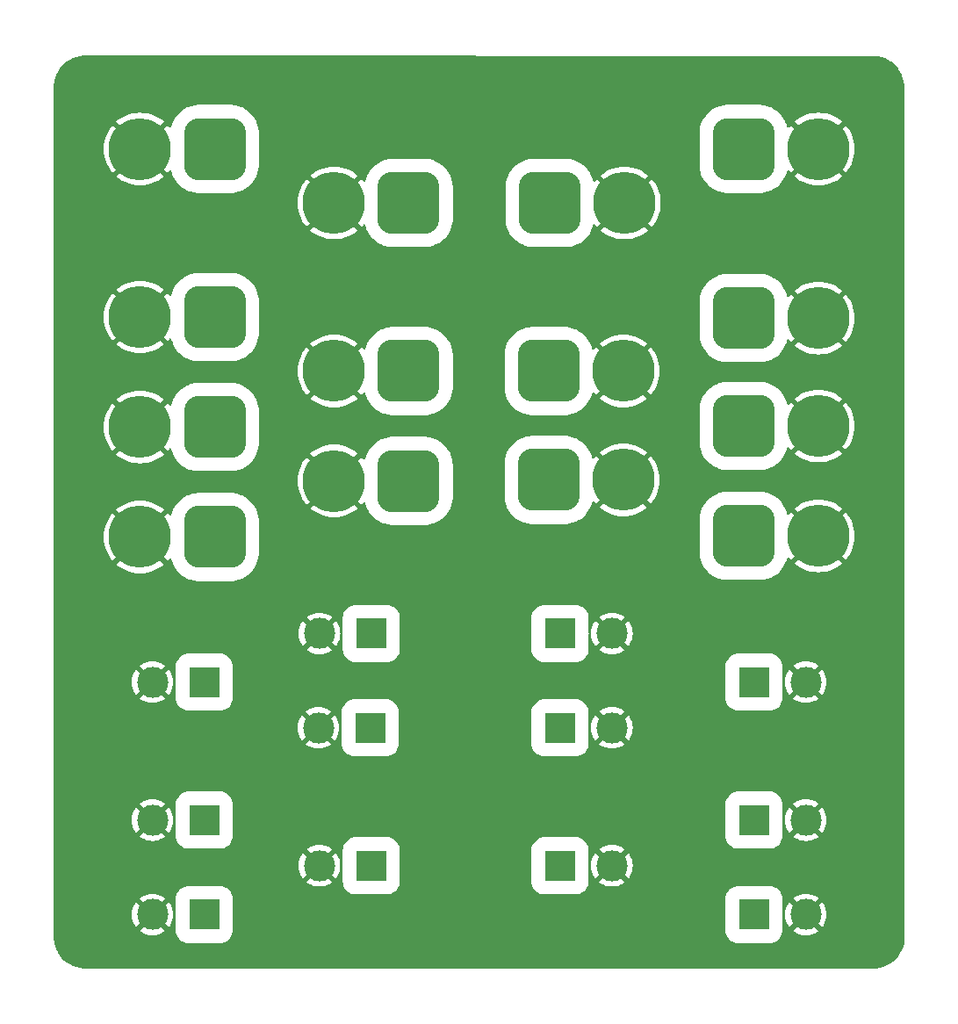
<source format=gbr>
%TF.GenerationSoftware,KiCad,Pcbnew,8.0.4*%
%TF.CreationDate,2024-08-03T01:15:00+02:00*%
%TF.ProjectId,terminal_block,7465726d-696e-4616-9c5f-626c6f636b2e,1*%
%TF.SameCoordinates,Original*%
%TF.FileFunction,Copper,L2,Bot*%
%TF.FilePolarity,Positive*%
%FSLAX46Y46*%
G04 Gerber Fmt 4.6, Leading zero omitted, Abs format (unit mm)*
G04 Created by KiCad (PCBNEW 8.0.4) date 2024-08-03 01:15:00*
%MOMM*%
%LPD*%
G01*
G04 APERTURE LIST*
G04 Aperture macros list*
%AMRoundRect*
0 Rectangle with rounded corners*
0 $1 Rounding radius*
0 $2 $3 $4 $5 $6 $7 $8 $9 X,Y pos of 4 corners*
0 Add a 4 corners polygon primitive as box body*
4,1,4,$2,$3,$4,$5,$6,$7,$8,$9,$2,$3,0*
0 Add four circle primitives for the rounded corners*
1,1,$1+$1,$2,$3*
1,1,$1+$1,$4,$5*
1,1,$1+$1,$6,$7*
1,1,$1+$1,$8,$9*
0 Add four rect primitives between the rounded corners*
20,1,$1+$1,$2,$3,$4,$5,0*
20,1,$1+$1,$4,$5,$6,$7,0*
20,1,$1+$1,$6,$7,$8,$9,0*
20,1,$1+$1,$8,$9,$2,$3,0*%
G04 Aperture macros list end*
%TA.AperFunction,ComponentPad*%
%ADD10RoundRect,1.500000X-1.500000X-1.500000X1.500000X-1.500000X1.500000X1.500000X-1.500000X1.500000X0*%
%TD*%
%TA.AperFunction,ComponentPad*%
%ADD11C,6.000000*%
%TD*%
%TA.AperFunction,ComponentPad*%
%ADD12RoundRect,1.500000X1.500000X1.500000X-1.500000X1.500000X-1.500000X-1.500000X1.500000X-1.500000X0*%
%TD*%
%TA.AperFunction,ComponentPad*%
%ADD13R,3.000000X3.000000*%
%TD*%
%TA.AperFunction,ComponentPad*%
%ADD14C,3.000000*%
%TD*%
G04 APERTURE END LIST*
D10*
%TO.P,J3,1,Pin_1*%
%TO.N,+24V*%
X147900000Y-91800000D03*
D11*
%TO.P,J3,2,Pin_2*%
%TO.N,GND*%
X155100000Y-91800000D03*
%TD*%
D12*
%TO.P,J4,1,Pin_1*%
%TO.N,+24V*%
X115700000Y-86700000D03*
D11*
%TO.P,J4,2,Pin_2*%
%TO.N,GND*%
X108500000Y-86700000D03*
%TD*%
D12*
%TO.P,J14,1,Pin_1*%
%TO.N,+24V RAW*%
X115700000Y-59900000D03*
D11*
%TO.P,J14,2,Pin_2*%
%TO.N,GND*%
X108500000Y-59900000D03*
%TD*%
D13*
%TO.P,J24,1,Pin_1*%
%TO.N,+5V*%
X114700000Y-124600000D03*
D14*
%TO.P,J24,2,Pin_2*%
%TO.N,GND*%
X109700000Y-124600000D03*
%TD*%
D10*
%TO.P,J13,1,Pin_1*%
%TO.N,+24V RAW*%
X166700000Y-59900000D03*
D11*
%TO.P,J13,2,Pin_2*%
%TO.N,GND*%
X173900000Y-59900000D03*
%TD*%
D13*
%TO.P,J15,1,Pin_1*%
%TO.N,+15V*%
X167700000Y-111300000D03*
D14*
%TO.P,J15,2,Pin_2*%
%TO.N,GND*%
X172700000Y-111300000D03*
%TD*%
D12*
%TO.P,J10,1,Pin_1*%
%TO.N,+24V*%
X134400000Y-91900000D03*
D11*
%TO.P,J10,2,Pin_2*%
%TO.N,GND*%
X127200000Y-91900000D03*
%TD*%
D13*
%TO.P,J20,1,Pin_1*%
%TO.N,+15V*%
X114700000Y-111300000D03*
D14*
%TO.P,J20,2,Pin_2*%
%TO.N,GND*%
X109700000Y-111300000D03*
%TD*%
D13*
%TO.P,J23,1,Pin_1*%
%TO.N,+5V*%
X167700000Y-133700000D03*
D14*
%TO.P,J23,2,Pin_2*%
%TO.N,GND*%
X172700000Y-133700000D03*
%TD*%
D13*
%TO.P,J22,1,Pin_1*%
%TO.N,+5V*%
X167700000Y-124600000D03*
D14*
%TO.P,J22,2,Pin_2*%
%TO.N,GND*%
X172700000Y-124600000D03*
%TD*%
D10*
%TO.P,J7,1,Pin_1*%
%TO.N,+24V*%
X147900000Y-81300000D03*
D11*
%TO.P,J7,2,Pin_2*%
%TO.N,GND*%
X155100000Y-81300000D03*
%TD*%
D13*
%TO.P,J25,1,Pin_1*%
%TO.N,+5V*%
X114700000Y-133700000D03*
D14*
%TO.P,J25,2,Pin_2*%
%TO.N,GND*%
X109700000Y-133700000D03*
%TD*%
D12*
%TO.P,J9,1,Pin_1*%
%TO.N,+24V*%
X115700000Y-76100000D03*
D11*
%TO.P,J9,2,Pin_2*%
%TO.N,GND*%
X108500000Y-76100000D03*
%TD*%
D10*
%TO.P,J1,1,Pin_1*%
%TO.N,+24V*%
X166700000Y-76200000D03*
D11*
%TO.P,J1,2,Pin_2*%
%TO.N,GND*%
X173900000Y-76200000D03*
%TD*%
D10*
%TO.P,J11,1,Pin_1*%
%TO.N,+24V RAW*%
X148000000Y-65100000D03*
D11*
%TO.P,J11,2,Pin_2*%
%TO.N,GND*%
X155200000Y-65100000D03*
%TD*%
D12*
%TO.P,J12,1,Pin_1*%
%TO.N,+24V RAW*%
X134400000Y-65100000D03*
D11*
%TO.P,J12,2,Pin_2*%
%TO.N,GND*%
X127200000Y-65100000D03*
%TD*%
D12*
%TO.P,J8,1,Pin_1*%
%TO.N,+24V*%
X134400000Y-81300000D03*
D11*
%TO.P,J8,2,Pin_2*%
%TO.N,GND*%
X127200000Y-81300000D03*
%TD*%
D13*
%TO.P,J26,1,Pin_1*%
%TO.N,+5V*%
X130800000Y-129000000D03*
D14*
%TO.P,J26,2,Pin_2*%
%TO.N,GND*%
X125800000Y-129000000D03*
%TD*%
D13*
%TO.P,J17,1,Pin_1*%
%TO.N,+15V*%
X149000000Y-115700000D03*
D14*
%TO.P,J17,2,Pin_2*%
%TO.N,GND*%
X154000000Y-115700000D03*
%TD*%
D13*
%TO.P,J18,1,Pin_1*%
%TO.N,+15V*%
X130800000Y-106600000D03*
D14*
%TO.P,J18,2,Pin_2*%
%TO.N,GND*%
X125800000Y-106600000D03*
%TD*%
D13*
%TO.P,J21,1,Pin_1*%
%TO.N,+5V*%
X149000000Y-129000000D03*
D14*
%TO.P,J21,2,Pin_2*%
%TO.N,GND*%
X154000000Y-129000000D03*
%TD*%
D13*
%TO.P,J19,1,Pin_1*%
%TO.N,+15V*%
X130700000Y-115700000D03*
D14*
%TO.P,J19,2,Pin_2*%
%TO.N,GND*%
X125700000Y-115700000D03*
%TD*%
D13*
%TO.P,J16,1,Pin_1*%
%TO.N,+15V*%
X149000000Y-106600000D03*
D14*
%TO.P,J16,2,Pin_2*%
%TO.N,GND*%
X154000000Y-106600000D03*
%TD*%
D12*
%TO.P,J6,1,Pin_1*%
%TO.N,+24V*%
X115700000Y-97300000D03*
D11*
%TO.P,J6,2,Pin_2*%
%TO.N,GND*%
X108500000Y-97300000D03*
%TD*%
D10*
%TO.P,J5,1,Pin_1*%
%TO.N,+24V*%
X166700000Y-97200000D03*
D11*
%TO.P,J5,2,Pin_2*%
%TO.N,GND*%
X173900000Y-97200000D03*
%TD*%
D10*
%TO.P,J2,1,Pin_1*%
%TO.N,+24V*%
X166700000Y-86600000D03*
D11*
%TO.P,J2,2,Pin_2*%
%TO.N,GND*%
X173900000Y-86600000D03*
%TD*%
%TA.AperFunction,Conductor*%
%TO.N,GND*%
G36*
X179177957Y-50921319D02*
G01*
X179179364Y-50921329D01*
X179340921Y-50923509D01*
X179353113Y-50924277D01*
X179674690Y-50960508D01*
X179688396Y-50962836D01*
X180003083Y-51034660D01*
X180016426Y-51038504D01*
X180321115Y-51145118D01*
X180333938Y-51150430D01*
X180624747Y-51290475D01*
X180636915Y-51297199D01*
X180889219Y-51455732D01*
X180910221Y-51468928D01*
X180921559Y-51476973D01*
X181152713Y-51661311D01*
X181173916Y-51678220D01*
X181184284Y-51687486D01*
X181412513Y-51915715D01*
X181421779Y-51926083D01*
X181623024Y-52178437D01*
X181631071Y-52189778D01*
X181802798Y-52463081D01*
X181809524Y-52475252D01*
X181939314Y-52744766D01*
X181949564Y-52766049D01*
X181954886Y-52778896D01*
X182061492Y-53083563D01*
X182065341Y-53096925D01*
X182137162Y-53411602D01*
X182139491Y-53425311D01*
X182175721Y-53746878D01*
X182176490Y-53759088D01*
X182178669Y-53920531D01*
X182178680Y-53922151D01*
X182213581Y-135904161D01*
X182213568Y-135906034D01*
X182211070Y-136076245D01*
X182210217Y-136089057D01*
X182169939Y-136428010D01*
X182167352Y-136442436D01*
X182087580Y-136773368D01*
X182083310Y-136787388D01*
X181965040Y-137106621D01*
X181959144Y-137120040D01*
X181804045Y-137423063D01*
X181796608Y-137435692D01*
X181606830Y-137718313D01*
X181597955Y-137729977D01*
X181376157Y-137988228D01*
X181365967Y-137998763D01*
X181115252Y-138229037D01*
X181103891Y-138238296D01*
X180827751Y-138437383D01*
X180815376Y-138445237D01*
X180517678Y-138610350D01*
X180504463Y-138616689D01*
X180189359Y-138745523D01*
X180175489Y-138750258D01*
X179847390Y-138841013D01*
X179833057Y-138844079D01*
X179495634Y-138895625D01*
X179482862Y-138896904D01*
X179314894Y-138904977D01*
X179308933Y-138905120D01*
X103199337Y-138900489D01*
X103197681Y-138900478D01*
X103036272Y-138898312D01*
X103024052Y-138897543D01*
X102702489Y-138861310D01*
X102688780Y-138858981D01*
X102374095Y-138787156D01*
X102360739Y-138783308D01*
X102056067Y-138676698D01*
X102043235Y-138671383D01*
X101752426Y-138531336D01*
X101740256Y-138524610D01*
X101466956Y-138352884D01*
X101455615Y-138344837D01*
X101203261Y-138143590D01*
X101192893Y-138134324D01*
X100964662Y-137906092D01*
X100955396Y-137895723D01*
X100754157Y-137643376D01*
X100746110Y-137632036D01*
X100622739Y-137435692D01*
X100574378Y-137358725D01*
X100567654Y-137346557D01*
X100458570Y-137120040D01*
X100427609Y-137055748D01*
X100422297Y-137042925D01*
X100315685Y-136738241D01*
X100311837Y-136724883D01*
X100246836Y-136440094D01*
X100240014Y-136410205D01*
X100237686Y-136396498D01*
X100201454Y-136074922D01*
X100200686Y-136062720D01*
X100199902Y-136004645D01*
X100198507Y-135901303D01*
X100198497Y-135899630D01*
X100198537Y-133699998D01*
X107694891Y-133699998D01*
X107694891Y-133700001D01*
X107715300Y-133985362D01*
X107776109Y-134264895D01*
X107876091Y-134532958D01*
X108013191Y-134784038D01*
X108013196Y-134784046D01*
X108119882Y-134926561D01*
X108119883Y-134926562D01*
X108909521Y-134136923D01*
X109000924Y-134273717D01*
X109126283Y-134399076D01*
X109263074Y-134490477D01*
X108473436Y-135280115D01*
X108615960Y-135386807D01*
X108615961Y-135386808D01*
X108867042Y-135523908D01*
X108867041Y-135523908D01*
X109135104Y-135623890D01*
X109414637Y-135684699D01*
X109699999Y-135705109D01*
X109700001Y-135705109D01*
X109985362Y-135684699D01*
X110264895Y-135623890D01*
X110532958Y-135523908D01*
X110784047Y-135386803D01*
X110926561Y-135280116D01*
X110926562Y-135280115D01*
X110136924Y-134490477D01*
X110273717Y-134399076D01*
X110399076Y-134273717D01*
X110490477Y-134136924D01*
X111280115Y-134926562D01*
X111280116Y-134926561D01*
X111386803Y-134784047D01*
X111523908Y-134532958D01*
X111623890Y-134264895D01*
X111684699Y-133985362D01*
X111701816Y-133746036D01*
X111717968Y-133702731D01*
X111932582Y-133702731D01*
X111946666Y-133728524D01*
X111949500Y-133754882D01*
X111949500Y-135264208D01*
X111949501Y-135264223D01*
X111959904Y-135396413D01*
X111959905Y-135396420D01*
X112014902Y-135614678D01*
X112014903Y-135614681D01*
X112107991Y-135819622D01*
X112107997Y-135819632D01*
X112236174Y-136004645D01*
X112236178Y-136004650D01*
X112236181Y-136004654D01*
X112395346Y-136163819D01*
X112395350Y-136163822D01*
X112395354Y-136163825D01*
X112534603Y-136260297D01*
X112580374Y-136292007D01*
X112785317Y-136385096D01*
X112785321Y-136385097D01*
X113003579Y-136440094D01*
X113003581Y-136440094D01*
X113003588Y-136440096D01*
X113135783Y-136450500D01*
X116264216Y-136450499D01*
X116396412Y-136440096D01*
X116614683Y-136385096D01*
X116819626Y-136292007D01*
X117004654Y-136163819D01*
X117163819Y-136004654D01*
X117292007Y-135819626D01*
X117385096Y-135614683D01*
X117440096Y-135396412D01*
X117450500Y-135264217D01*
X117450499Y-132135784D01*
X117450498Y-132135777D01*
X164949500Y-132135777D01*
X164949500Y-135264208D01*
X164949501Y-135264223D01*
X164959904Y-135396413D01*
X164959905Y-135396420D01*
X165014902Y-135614678D01*
X165014903Y-135614681D01*
X165107991Y-135819622D01*
X165107997Y-135819632D01*
X165236174Y-136004645D01*
X165236178Y-136004650D01*
X165236181Y-136004654D01*
X165395346Y-136163819D01*
X165395350Y-136163822D01*
X165395354Y-136163825D01*
X165534603Y-136260297D01*
X165580374Y-136292007D01*
X165785317Y-136385096D01*
X165785321Y-136385097D01*
X166003579Y-136440094D01*
X166003581Y-136440094D01*
X166003588Y-136440096D01*
X166135783Y-136450500D01*
X169264216Y-136450499D01*
X169396412Y-136440096D01*
X169614683Y-136385096D01*
X169819626Y-136292007D01*
X170004654Y-136163819D01*
X170163819Y-136004654D01*
X170292007Y-135819626D01*
X170385096Y-135614683D01*
X170440096Y-135396412D01*
X170450500Y-135264217D01*
X170450499Y-133754880D01*
X170466511Y-133700349D01*
X170680881Y-133700349D01*
X170693476Y-133719947D01*
X170698183Y-133746036D01*
X170715300Y-133985362D01*
X170776109Y-134264895D01*
X170876091Y-134532958D01*
X171013191Y-134784038D01*
X171013196Y-134784046D01*
X171119882Y-134926561D01*
X171119883Y-134926562D01*
X171909521Y-134136923D01*
X172000924Y-134273717D01*
X172126283Y-134399076D01*
X172263074Y-134490477D01*
X171473436Y-135280115D01*
X171615960Y-135386807D01*
X171615961Y-135386808D01*
X171867042Y-135523908D01*
X171867041Y-135523908D01*
X172135104Y-135623890D01*
X172414637Y-135684699D01*
X172699999Y-135705109D01*
X172700001Y-135705109D01*
X172985362Y-135684699D01*
X173264895Y-135623890D01*
X173532958Y-135523908D01*
X173784047Y-135386803D01*
X173926561Y-135280116D01*
X173926562Y-135280115D01*
X173136924Y-134490477D01*
X173273717Y-134399076D01*
X173399076Y-134273717D01*
X173490477Y-134136924D01*
X174280115Y-134926562D01*
X174280116Y-134926561D01*
X174386803Y-134784047D01*
X174523908Y-134532958D01*
X174623890Y-134264895D01*
X174684699Y-133985362D01*
X174705109Y-133700001D01*
X174705109Y-133699998D01*
X174684699Y-133414637D01*
X174623890Y-133135104D01*
X174523908Y-132867041D01*
X174386808Y-132615961D01*
X174386807Y-132615960D01*
X174280115Y-132473436D01*
X173490477Y-133263074D01*
X173399076Y-133126283D01*
X173273717Y-133000924D01*
X173136924Y-132909522D01*
X173926562Y-132119883D01*
X173926561Y-132119882D01*
X173784046Y-132013196D01*
X173784038Y-132013191D01*
X173532957Y-131876091D01*
X173532958Y-131876091D01*
X173264895Y-131776109D01*
X172985362Y-131715300D01*
X172700001Y-131694891D01*
X172699999Y-131694891D01*
X172414637Y-131715300D01*
X172135104Y-131776109D01*
X171867041Y-131876091D01*
X171615961Y-132013191D01*
X171615953Y-132013196D01*
X171473437Y-132119882D01*
X171473436Y-132119883D01*
X172263075Y-132909522D01*
X172126283Y-133000924D01*
X172000924Y-133126283D01*
X171909522Y-133263075D01*
X171119883Y-132473436D01*
X171119882Y-132473437D01*
X171013196Y-132615953D01*
X171013191Y-132615961D01*
X170876091Y-132867041D01*
X170776109Y-133135104D01*
X170715300Y-133414637D01*
X170698183Y-133653963D01*
X170680881Y-133700349D01*
X170466511Y-133700349D01*
X170467416Y-133697267D01*
X170453333Y-133671475D01*
X170450499Y-133645117D01*
X170450499Y-132135791D01*
X170450498Y-132135783D01*
X170440096Y-132003588D01*
X170385096Y-131785317D01*
X170292007Y-131580374D01*
X170260297Y-131534603D01*
X170163825Y-131395354D01*
X170163822Y-131395350D01*
X170163819Y-131395346D01*
X170004654Y-131236181D01*
X170004650Y-131236178D01*
X170004645Y-131236174D01*
X169819632Y-131107997D01*
X169819630Y-131107995D01*
X169819626Y-131107993D01*
X169614683Y-131014904D01*
X169614681Y-131014903D01*
X169614678Y-131014902D01*
X169396420Y-130959905D01*
X169396413Y-130959904D01*
X169352347Y-130956436D01*
X169264217Y-130949500D01*
X169264215Y-130949500D01*
X166135791Y-130949500D01*
X166135776Y-130949501D01*
X166003586Y-130959904D01*
X166003579Y-130959905D01*
X165785321Y-131014902D01*
X165785318Y-131014903D01*
X165580377Y-131107991D01*
X165580367Y-131107997D01*
X165395354Y-131236174D01*
X165395342Y-131236184D01*
X165236184Y-131395342D01*
X165236174Y-131395354D01*
X165107997Y-131580367D01*
X165107991Y-131580377D01*
X165014903Y-131785318D01*
X165014902Y-131785321D01*
X164959905Y-132003579D01*
X164959904Y-132003586D01*
X164949500Y-132135777D01*
X117450498Y-132135777D01*
X117440096Y-132003588D01*
X117385096Y-131785317D01*
X117292007Y-131580374D01*
X117260297Y-131534603D01*
X117163825Y-131395354D01*
X117163822Y-131395350D01*
X117163819Y-131395346D01*
X117004654Y-131236181D01*
X117004650Y-131236178D01*
X117004645Y-131236174D01*
X116819632Y-131107997D01*
X116819630Y-131107995D01*
X116819626Y-131107993D01*
X116614683Y-131014904D01*
X116614681Y-131014903D01*
X116614678Y-131014902D01*
X116396420Y-130959905D01*
X116396413Y-130959904D01*
X116352347Y-130956436D01*
X116264217Y-130949500D01*
X116264215Y-130949500D01*
X113135791Y-130949500D01*
X113135776Y-130949501D01*
X113003586Y-130959904D01*
X113003579Y-130959905D01*
X112785321Y-131014902D01*
X112785318Y-131014903D01*
X112580377Y-131107991D01*
X112580367Y-131107997D01*
X112395354Y-131236174D01*
X112395342Y-131236184D01*
X112236184Y-131395342D01*
X112236174Y-131395354D01*
X112107997Y-131580367D01*
X112107991Y-131580377D01*
X112014903Y-131785318D01*
X112014902Y-131785321D01*
X111959905Y-132003579D01*
X111959904Y-132003586D01*
X111949500Y-132135777D01*
X111949500Y-133645117D01*
X111932582Y-133702731D01*
X111717968Y-133702731D01*
X111719117Y-133699649D01*
X111706523Y-133680052D01*
X111701816Y-133653963D01*
X111684699Y-133414637D01*
X111623890Y-133135104D01*
X111523908Y-132867041D01*
X111386808Y-132615961D01*
X111386807Y-132615960D01*
X111280115Y-132473436D01*
X110490477Y-133263074D01*
X110399076Y-133126283D01*
X110273717Y-133000924D01*
X110136924Y-132909522D01*
X110926562Y-132119883D01*
X110926561Y-132119882D01*
X110784046Y-132013196D01*
X110784038Y-132013191D01*
X110532957Y-131876091D01*
X110532958Y-131876091D01*
X110264895Y-131776109D01*
X109985362Y-131715300D01*
X109700001Y-131694891D01*
X109699999Y-131694891D01*
X109414637Y-131715300D01*
X109135104Y-131776109D01*
X108867041Y-131876091D01*
X108615961Y-132013191D01*
X108615953Y-132013196D01*
X108473437Y-132119882D01*
X108473436Y-132119883D01*
X109263075Y-132909522D01*
X109126283Y-133000924D01*
X109000924Y-133126283D01*
X108909522Y-133263075D01*
X108119883Y-132473436D01*
X108119882Y-132473437D01*
X108013196Y-132615953D01*
X108013191Y-132615961D01*
X107876091Y-132867041D01*
X107776109Y-133135104D01*
X107715300Y-133414637D01*
X107694891Y-133699998D01*
X100198537Y-133699998D01*
X100198585Y-131107991D01*
X100198624Y-128999998D01*
X123794891Y-128999998D01*
X123794891Y-129000001D01*
X123815300Y-129285362D01*
X123876109Y-129564895D01*
X123976091Y-129832958D01*
X124113191Y-130084038D01*
X124113196Y-130084046D01*
X124219882Y-130226561D01*
X124219883Y-130226562D01*
X125009521Y-129436923D01*
X125100924Y-129573717D01*
X125226283Y-129699076D01*
X125363074Y-129790477D01*
X124573436Y-130580115D01*
X124715960Y-130686807D01*
X124715961Y-130686808D01*
X124967042Y-130823908D01*
X124967041Y-130823908D01*
X125235104Y-130923890D01*
X125514637Y-130984699D01*
X125799999Y-131005109D01*
X125800001Y-131005109D01*
X126085362Y-130984699D01*
X126364895Y-130923890D01*
X126632958Y-130823908D01*
X126884047Y-130686803D01*
X127026561Y-130580116D01*
X127026562Y-130580115D01*
X126236924Y-129790477D01*
X126373717Y-129699076D01*
X126499076Y-129573717D01*
X126590477Y-129436924D01*
X127380115Y-130226562D01*
X127380116Y-130226561D01*
X127486803Y-130084047D01*
X127623908Y-129832958D01*
X127723890Y-129564895D01*
X127784699Y-129285362D01*
X127801816Y-129046036D01*
X127817968Y-129002731D01*
X128032582Y-129002731D01*
X128046666Y-129028524D01*
X128049500Y-129054882D01*
X128049500Y-130564208D01*
X128049501Y-130564223D01*
X128059904Y-130696413D01*
X128059905Y-130696420D01*
X128114902Y-130914678D01*
X128114903Y-130914681D01*
X128207991Y-131119622D01*
X128207997Y-131119632D01*
X128336174Y-131304645D01*
X128336178Y-131304650D01*
X128336181Y-131304654D01*
X128495346Y-131463819D01*
X128495350Y-131463822D01*
X128495354Y-131463825D01*
X128634603Y-131560297D01*
X128680374Y-131592007D01*
X128885317Y-131685096D01*
X128885321Y-131685097D01*
X129103579Y-131740094D01*
X129103581Y-131740094D01*
X129103588Y-131740096D01*
X129235783Y-131750500D01*
X132364216Y-131750499D01*
X132496412Y-131740096D01*
X132714683Y-131685096D01*
X132919626Y-131592007D01*
X133104654Y-131463819D01*
X133263819Y-131304654D01*
X133392007Y-131119626D01*
X133485096Y-130914683D01*
X133540096Y-130696412D01*
X133550500Y-130564217D01*
X133550499Y-127435784D01*
X133550498Y-127435777D01*
X146249500Y-127435777D01*
X146249500Y-130564208D01*
X146249501Y-130564223D01*
X146259904Y-130696413D01*
X146259905Y-130696420D01*
X146314902Y-130914678D01*
X146314903Y-130914681D01*
X146407991Y-131119622D01*
X146407997Y-131119632D01*
X146536174Y-131304645D01*
X146536178Y-131304650D01*
X146536181Y-131304654D01*
X146695346Y-131463819D01*
X146695350Y-131463822D01*
X146695354Y-131463825D01*
X146834603Y-131560297D01*
X146880374Y-131592007D01*
X147085317Y-131685096D01*
X147085321Y-131685097D01*
X147303579Y-131740094D01*
X147303581Y-131740094D01*
X147303588Y-131740096D01*
X147435783Y-131750500D01*
X150564216Y-131750499D01*
X150696412Y-131740096D01*
X150914683Y-131685096D01*
X151119626Y-131592007D01*
X151304654Y-131463819D01*
X151463819Y-131304654D01*
X151592007Y-131119626D01*
X151685096Y-130914683D01*
X151740096Y-130696412D01*
X151750500Y-130564217D01*
X151750499Y-129054880D01*
X151766511Y-129000349D01*
X151980881Y-129000349D01*
X151993476Y-129019947D01*
X151998183Y-129046036D01*
X152015300Y-129285362D01*
X152076109Y-129564895D01*
X152176091Y-129832958D01*
X152313191Y-130084038D01*
X152313196Y-130084046D01*
X152419882Y-130226561D01*
X152419883Y-130226562D01*
X153209521Y-129436923D01*
X153300924Y-129573717D01*
X153426283Y-129699076D01*
X153563074Y-129790477D01*
X152773436Y-130580115D01*
X152915960Y-130686807D01*
X152915961Y-130686808D01*
X153167042Y-130823908D01*
X153167041Y-130823908D01*
X153435104Y-130923890D01*
X153714637Y-130984699D01*
X153999999Y-131005109D01*
X154000001Y-131005109D01*
X154285362Y-130984699D01*
X154564895Y-130923890D01*
X154832958Y-130823908D01*
X155084047Y-130686803D01*
X155226561Y-130580116D01*
X155226562Y-130580115D01*
X154436924Y-129790477D01*
X154573717Y-129699076D01*
X154699076Y-129573717D01*
X154790477Y-129436924D01*
X155580115Y-130226562D01*
X155580116Y-130226561D01*
X155686803Y-130084047D01*
X155823908Y-129832958D01*
X155923890Y-129564895D01*
X155984699Y-129285362D01*
X156005109Y-129000001D01*
X156005109Y-128999998D01*
X155984699Y-128714637D01*
X155923890Y-128435104D01*
X155823908Y-128167041D01*
X155686808Y-127915961D01*
X155686807Y-127915960D01*
X155580115Y-127773436D01*
X154790477Y-128563074D01*
X154699076Y-128426283D01*
X154573717Y-128300924D01*
X154436924Y-128209522D01*
X155226562Y-127419883D01*
X155226561Y-127419882D01*
X155084046Y-127313196D01*
X155084038Y-127313191D01*
X154832957Y-127176091D01*
X154832958Y-127176091D01*
X154564895Y-127076109D01*
X154285362Y-127015300D01*
X154000001Y-126994891D01*
X153999999Y-126994891D01*
X153714637Y-127015300D01*
X153435104Y-127076109D01*
X153167041Y-127176091D01*
X152915961Y-127313191D01*
X152915953Y-127313196D01*
X152773437Y-127419882D01*
X152773436Y-127419883D01*
X153563075Y-128209522D01*
X153426283Y-128300924D01*
X153300924Y-128426283D01*
X153209522Y-128563075D01*
X152419883Y-127773436D01*
X152419882Y-127773437D01*
X152313196Y-127915953D01*
X152313191Y-127915961D01*
X152176091Y-128167041D01*
X152076109Y-128435104D01*
X152015300Y-128714637D01*
X151998183Y-128953963D01*
X151980881Y-129000349D01*
X151766511Y-129000349D01*
X151767416Y-128997267D01*
X151753333Y-128971475D01*
X151750499Y-128945117D01*
X151750499Y-127435791D01*
X151750498Y-127435783D01*
X151740096Y-127303588D01*
X151735436Y-127285096D01*
X151685097Y-127085321D01*
X151685096Y-127085318D01*
X151680913Y-127076109D01*
X151592007Y-126880374D01*
X151560297Y-126834603D01*
X151463825Y-126695354D01*
X151463822Y-126695350D01*
X151463819Y-126695346D01*
X151304654Y-126536181D01*
X151304650Y-126536178D01*
X151304645Y-126536174D01*
X151119632Y-126407997D01*
X151119630Y-126407995D01*
X151119626Y-126407993D01*
X150914683Y-126314904D01*
X150914681Y-126314903D01*
X150914678Y-126314902D01*
X150696420Y-126259905D01*
X150696413Y-126259904D01*
X150652347Y-126256436D01*
X150564217Y-126249500D01*
X150564215Y-126249500D01*
X147435791Y-126249500D01*
X147435776Y-126249501D01*
X147303586Y-126259904D01*
X147303579Y-126259905D01*
X147085321Y-126314902D01*
X147085318Y-126314903D01*
X146880377Y-126407991D01*
X146880367Y-126407997D01*
X146695354Y-126536174D01*
X146695342Y-126536184D01*
X146536184Y-126695342D01*
X146536174Y-126695354D01*
X146407997Y-126880367D01*
X146407991Y-126880377D01*
X146314903Y-127085318D01*
X146314902Y-127085321D01*
X146259905Y-127303579D01*
X146259904Y-127303586D01*
X146249500Y-127435777D01*
X133550498Y-127435777D01*
X133540096Y-127303588D01*
X133535436Y-127285096D01*
X133485097Y-127085321D01*
X133485096Y-127085318D01*
X133480913Y-127076109D01*
X133392007Y-126880374D01*
X133360297Y-126834603D01*
X133263825Y-126695354D01*
X133263822Y-126695350D01*
X133263819Y-126695346D01*
X133104654Y-126536181D01*
X133104650Y-126536178D01*
X133104645Y-126536174D01*
X132919632Y-126407997D01*
X132919630Y-126407995D01*
X132919626Y-126407993D01*
X132714683Y-126314904D01*
X132714681Y-126314903D01*
X132714678Y-126314902D01*
X132496420Y-126259905D01*
X132496413Y-126259904D01*
X132452347Y-126256436D01*
X132364217Y-126249500D01*
X132364215Y-126249500D01*
X129235791Y-126249500D01*
X129235776Y-126249501D01*
X129103586Y-126259904D01*
X129103579Y-126259905D01*
X128885321Y-126314902D01*
X128885318Y-126314903D01*
X128680377Y-126407991D01*
X128680367Y-126407997D01*
X128495354Y-126536174D01*
X128495342Y-126536184D01*
X128336184Y-126695342D01*
X128336174Y-126695354D01*
X128207997Y-126880367D01*
X128207991Y-126880377D01*
X128114903Y-127085318D01*
X128114902Y-127085321D01*
X128059905Y-127303579D01*
X128059904Y-127303586D01*
X128049500Y-127435777D01*
X128049500Y-128945117D01*
X128032582Y-129002731D01*
X127817968Y-129002731D01*
X127819117Y-128999649D01*
X127806523Y-128980052D01*
X127801816Y-128953963D01*
X127784699Y-128714637D01*
X127723890Y-128435104D01*
X127623908Y-128167041D01*
X127486808Y-127915961D01*
X127486807Y-127915960D01*
X127380115Y-127773436D01*
X126590477Y-128563074D01*
X126499076Y-128426283D01*
X126373717Y-128300924D01*
X126236924Y-128209522D01*
X127026562Y-127419883D01*
X127026561Y-127419882D01*
X126884046Y-127313196D01*
X126884038Y-127313191D01*
X126632957Y-127176091D01*
X126632958Y-127176091D01*
X126364895Y-127076109D01*
X126085362Y-127015300D01*
X125800001Y-126994891D01*
X125799999Y-126994891D01*
X125514637Y-127015300D01*
X125235104Y-127076109D01*
X124967041Y-127176091D01*
X124715961Y-127313191D01*
X124715953Y-127313196D01*
X124573437Y-127419882D01*
X124573436Y-127419883D01*
X125363075Y-128209522D01*
X125226283Y-128300924D01*
X125100924Y-128426283D01*
X125009522Y-128563075D01*
X124219883Y-127773436D01*
X124219882Y-127773437D01*
X124113196Y-127915953D01*
X124113191Y-127915961D01*
X123976091Y-128167041D01*
X123876109Y-128435104D01*
X123815300Y-128714637D01*
X123794891Y-128999998D01*
X100198624Y-128999998D01*
X100198704Y-124599998D01*
X107694891Y-124599998D01*
X107694891Y-124600001D01*
X107715300Y-124885362D01*
X107776109Y-125164895D01*
X107876091Y-125432958D01*
X108013191Y-125684038D01*
X108013196Y-125684046D01*
X108119882Y-125826561D01*
X108119883Y-125826562D01*
X108909521Y-125036923D01*
X109000924Y-125173717D01*
X109126283Y-125299076D01*
X109263074Y-125390477D01*
X108473436Y-126180115D01*
X108615960Y-126286807D01*
X108615961Y-126286808D01*
X108867042Y-126423908D01*
X108867041Y-126423908D01*
X109135104Y-126523890D01*
X109414637Y-126584699D01*
X109699999Y-126605109D01*
X109700001Y-126605109D01*
X109985362Y-126584699D01*
X110264895Y-126523890D01*
X110532958Y-126423908D01*
X110784047Y-126286803D01*
X110926561Y-126180116D01*
X110926562Y-126180115D01*
X110136924Y-125390477D01*
X110273717Y-125299076D01*
X110399076Y-125173717D01*
X110490477Y-125036924D01*
X111280115Y-125826562D01*
X111280116Y-125826561D01*
X111386803Y-125684047D01*
X111523908Y-125432958D01*
X111623890Y-125164895D01*
X111684699Y-124885362D01*
X111701816Y-124646036D01*
X111717968Y-124602731D01*
X111932582Y-124602731D01*
X111946666Y-124628524D01*
X111949500Y-124654882D01*
X111949500Y-126164208D01*
X111949501Y-126164223D01*
X111959904Y-126296413D01*
X111959905Y-126296420D01*
X112014902Y-126514678D01*
X112014903Y-126514681D01*
X112107991Y-126719622D01*
X112107997Y-126719632D01*
X112236174Y-126904645D01*
X112236178Y-126904650D01*
X112236181Y-126904654D01*
X112395346Y-127063819D01*
X112395350Y-127063822D01*
X112395354Y-127063825D01*
X112426382Y-127085321D01*
X112580374Y-127192007D01*
X112785317Y-127285096D01*
X112785321Y-127285097D01*
X113003579Y-127340094D01*
X113003581Y-127340094D01*
X113003588Y-127340096D01*
X113135783Y-127350500D01*
X116264216Y-127350499D01*
X116396412Y-127340096D01*
X116614683Y-127285096D01*
X116819626Y-127192007D01*
X117004654Y-127063819D01*
X117163819Y-126904654D01*
X117292007Y-126719626D01*
X117385096Y-126514683D01*
X117440096Y-126296412D01*
X117450500Y-126164217D01*
X117450499Y-123035784D01*
X117450498Y-123035777D01*
X164949500Y-123035777D01*
X164949500Y-126164208D01*
X164949501Y-126164223D01*
X164959904Y-126296413D01*
X164959905Y-126296420D01*
X165014902Y-126514678D01*
X165014903Y-126514681D01*
X165107991Y-126719622D01*
X165107997Y-126719632D01*
X165236174Y-126904645D01*
X165236178Y-126904650D01*
X165236181Y-126904654D01*
X165395346Y-127063819D01*
X165395350Y-127063822D01*
X165395354Y-127063825D01*
X165426382Y-127085321D01*
X165580374Y-127192007D01*
X165785317Y-127285096D01*
X165785321Y-127285097D01*
X166003579Y-127340094D01*
X166003581Y-127340094D01*
X166003588Y-127340096D01*
X166135783Y-127350500D01*
X169264216Y-127350499D01*
X169396412Y-127340096D01*
X169614683Y-127285096D01*
X169819626Y-127192007D01*
X170004654Y-127063819D01*
X170163819Y-126904654D01*
X170292007Y-126719626D01*
X170385096Y-126514683D01*
X170440096Y-126296412D01*
X170450500Y-126164217D01*
X170450499Y-124654880D01*
X170466511Y-124600349D01*
X170680881Y-124600349D01*
X170693476Y-124619947D01*
X170698183Y-124646036D01*
X170715300Y-124885362D01*
X170776109Y-125164895D01*
X170876091Y-125432958D01*
X171013191Y-125684038D01*
X171013196Y-125684046D01*
X171119882Y-125826561D01*
X171119883Y-125826562D01*
X171909521Y-125036923D01*
X172000924Y-125173717D01*
X172126283Y-125299076D01*
X172263074Y-125390477D01*
X171473436Y-126180115D01*
X171615960Y-126286807D01*
X171615961Y-126286808D01*
X171867042Y-126423908D01*
X171867041Y-126423908D01*
X172135104Y-126523890D01*
X172414637Y-126584699D01*
X172699999Y-126605109D01*
X172700001Y-126605109D01*
X172985362Y-126584699D01*
X173264895Y-126523890D01*
X173532958Y-126423908D01*
X173784047Y-126286803D01*
X173926561Y-126180116D01*
X173926562Y-126180115D01*
X173136924Y-125390477D01*
X173273717Y-125299076D01*
X173399076Y-125173717D01*
X173490477Y-125036924D01*
X174280115Y-125826562D01*
X174280116Y-125826561D01*
X174386803Y-125684047D01*
X174523908Y-125432958D01*
X174623890Y-125164895D01*
X174684699Y-124885362D01*
X174705109Y-124600001D01*
X174705109Y-124599998D01*
X174684699Y-124314637D01*
X174623890Y-124035104D01*
X174523908Y-123767041D01*
X174386808Y-123515961D01*
X174386807Y-123515960D01*
X174280115Y-123373436D01*
X173490477Y-124163074D01*
X173399076Y-124026283D01*
X173273717Y-123900924D01*
X173136924Y-123809522D01*
X173926562Y-123019883D01*
X173926561Y-123019882D01*
X173784046Y-122913196D01*
X173784038Y-122913191D01*
X173532957Y-122776091D01*
X173532958Y-122776091D01*
X173264895Y-122676109D01*
X172985362Y-122615300D01*
X172700001Y-122594891D01*
X172699999Y-122594891D01*
X172414637Y-122615300D01*
X172135104Y-122676109D01*
X171867041Y-122776091D01*
X171615961Y-122913191D01*
X171615953Y-122913196D01*
X171473437Y-123019882D01*
X171473436Y-123019883D01*
X172263075Y-123809522D01*
X172126283Y-123900924D01*
X172000924Y-124026283D01*
X171909522Y-124163075D01*
X171119883Y-123373436D01*
X171119882Y-123373437D01*
X171013196Y-123515953D01*
X171013191Y-123515961D01*
X170876091Y-123767041D01*
X170776109Y-124035104D01*
X170715300Y-124314637D01*
X170698183Y-124553963D01*
X170680881Y-124600349D01*
X170466511Y-124600349D01*
X170467416Y-124597267D01*
X170453333Y-124571475D01*
X170450499Y-124545117D01*
X170450499Y-123035791D01*
X170450498Y-123035783D01*
X170440096Y-122903588D01*
X170385096Y-122685317D01*
X170292007Y-122480374D01*
X170163819Y-122295346D01*
X170004654Y-122136181D01*
X170004650Y-122136178D01*
X170004645Y-122136174D01*
X169819632Y-122007997D01*
X169819630Y-122007995D01*
X169819626Y-122007993D01*
X169614683Y-121914904D01*
X169614681Y-121914903D01*
X169614678Y-121914902D01*
X169396420Y-121859905D01*
X169396413Y-121859904D01*
X169352347Y-121856436D01*
X169264217Y-121849500D01*
X169264215Y-121849500D01*
X166135791Y-121849500D01*
X166135776Y-121849501D01*
X166003586Y-121859904D01*
X166003579Y-121859905D01*
X165785321Y-121914902D01*
X165785318Y-121914903D01*
X165580377Y-122007991D01*
X165580367Y-122007997D01*
X165395354Y-122136174D01*
X165395342Y-122136184D01*
X165236184Y-122295342D01*
X165236174Y-122295354D01*
X165107997Y-122480367D01*
X165107991Y-122480377D01*
X165014903Y-122685318D01*
X165014902Y-122685321D01*
X164959905Y-122903579D01*
X164959904Y-122903586D01*
X164949500Y-123035777D01*
X117450498Y-123035777D01*
X117440096Y-122903588D01*
X117385096Y-122685317D01*
X117292007Y-122480374D01*
X117163819Y-122295346D01*
X117004654Y-122136181D01*
X117004650Y-122136178D01*
X117004645Y-122136174D01*
X116819632Y-122007997D01*
X116819630Y-122007995D01*
X116819626Y-122007993D01*
X116614683Y-121914904D01*
X116614681Y-121914903D01*
X116614678Y-121914902D01*
X116396420Y-121859905D01*
X116396413Y-121859904D01*
X116352347Y-121856436D01*
X116264217Y-121849500D01*
X116264215Y-121849500D01*
X113135791Y-121849500D01*
X113135776Y-121849501D01*
X113003586Y-121859904D01*
X113003579Y-121859905D01*
X112785321Y-121914902D01*
X112785318Y-121914903D01*
X112580377Y-122007991D01*
X112580367Y-122007997D01*
X112395354Y-122136174D01*
X112395342Y-122136184D01*
X112236184Y-122295342D01*
X112236174Y-122295354D01*
X112107997Y-122480367D01*
X112107991Y-122480377D01*
X112014903Y-122685318D01*
X112014902Y-122685321D01*
X111959905Y-122903579D01*
X111959904Y-122903586D01*
X111949500Y-123035777D01*
X111949500Y-124545117D01*
X111932582Y-124602731D01*
X111717968Y-124602731D01*
X111719117Y-124599649D01*
X111706523Y-124580052D01*
X111701816Y-124553963D01*
X111684699Y-124314637D01*
X111623890Y-124035104D01*
X111523908Y-123767041D01*
X111386808Y-123515961D01*
X111386807Y-123515960D01*
X111280115Y-123373436D01*
X110490477Y-124163074D01*
X110399076Y-124026283D01*
X110273717Y-123900924D01*
X110136924Y-123809522D01*
X110926562Y-123019883D01*
X110926561Y-123019882D01*
X110784046Y-122913196D01*
X110784038Y-122913191D01*
X110532957Y-122776091D01*
X110532958Y-122776091D01*
X110264895Y-122676109D01*
X109985362Y-122615300D01*
X109700001Y-122594891D01*
X109699999Y-122594891D01*
X109414637Y-122615300D01*
X109135104Y-122676109D01*
X108867041Y-122776091D01*
X108615961Y-122913191D01*
X108615953Y-122913196D01*
X108473437Y-123019882D01*
X108473436Y-123019883D01*
X109263075Y-123809522D01*
X109126283Y-123900924D01*
X109000924Y-124026283D01*
X108909522Y-124163075D01*
X108119883Y-123373436D01*
X108119882Y-123373437D01*
X108013196Y-123515953D01*
X108013191Y-123515961D01*
X107876091Y-123767041D01*
X107776109Y-124035104D01*
X107715300Y-124314637D01*
X107694891Y-124599998D01*
X100198704Y-124599998D01*
X100198867Y-115699998D01*
X123694891Y-115699998D01*
X123694891Y-115700001D01*
X123715300Y-115985362D01*
X123776109Y-116264895D01*
X123876091Y-116532958D01*
X124013191Y-116784038D01*
X124013196Y-116784046D01*
X124119882Y-116926561D01*
X124119883Y-116926562D01*
X124909521Y-116136923D01*
X125000924Y-116273717D01*
X125126283Y-116399076D01*
X125263074Y-116490477D01*
X124473436Y-117280115D01*
X124615960Y-117386807D01*
X124615961Y-117386808D01*
X124867042Y-117523908D01*
X124867041Y-117523908D01*
X125135104Y-117623890D01*
X125414637Y-117684699D01*
X125699999Y-117705109D01*
X125700001Y-117705109D01*
X125985362Y-117684699D01*
X126264895Y-117623890D01*
X126532958Y-117523908D01*
X126784047Y-117386803D01*
X126926561Y-117280116D01*
X126926562Y-117280115D01*
X126136924Y-116490477D01*
X126273717Y-116399076D01*
X126399076Y-116273717D01*
X126490477Y-116136924D01*
X127280115Y-116926562D01*
X127280116Y-116926561D01*
X127386803Y-116784047D01*
X127523908Y-116532958D01*
X127623890Y-116264895D01*
X127684699Y-115985362D01*
X127701816Y-115746036D01*
X127717968Y-115702731D01*
X127932582Y-115702731D01*
X127946666Y-115728524D01*
X127949500Y-115754882D01*
X127949500Y-117264208D01*
X127949501Y-117264223D01*
X127959904Y-117396413D01*
X127959905Y-117396420D01*
X128014902Y-117614678D01*
X128014903Y-117614681D01*
X128107991Y-117819622D01*
X128107997Y-117819632D01*
X128236174Y-118004645D01*
X128236178Y-118004650D01*
X128236181Y-118004654D01*
X128395346Y-118163819D01*
X128395350Y-118163822D01*
X128395354Y-118163825D01*
X128534603Y-118260297D01*
X128580374Y-118292007D01*
X128785317Y-118385096D01*
X128785321Y-118385097D01*
X129003579Y-118440094D01*
X129003581Y-118440094D01*
X129003588Y-118440096D01*
X129135783Y-118450500D01*
X132264216Y-118450499D01*
X132396412Y-118440096D01*
X132614683Y-118385096D01*
X132819626Y-118292007D01*
X133004654Y-118163819D01*
X133163819Y-118004654D01*
X133292007Y-117819626D01*
X133385096Y-117614683D01*
X133440096Y-117396412D01*
X133450500Y-117264217D01*
X133450499Y-114135784D01*
X133450498Y-114135777D01*
X146249500Y-114135777D01*
X146249500Y-117264208D01*
X146249501Y-117264223D01*
X146259904Y-117396413D01*
X146259905Y-117396420D01*
X146314902Y-117614678D01*
X146314903Y-117614681D01*
X146407991Y-117819622D01*
X146407997Y-117819632D01*
X146536174Y-118004645D01*
X146536178Y-118004650D01*
X146536181Y-118004654D01*
X146695346Y-118163819D01*
X146695350Y-118163822D01*
X146695354Y-118163825D01*
X146834603Y-118260297D01*
X146880374Y-118292007D01*
X147085317Y-118385096D01*
X147085321Y-118385097D01*
X147303579Y-118440094D01*
X147303581Y-118440094D01*
X147303588Y-118440096D01*
X147435783Y-118450500D01*
X150564216Y-118450499D01*
X150696412Y-118440096D01*
X150914683Y-118385096D01*
X151119626Y-118292007D01*
X151304654Y-118163819D01*
X151463819Y-118004654D01*
X151592007Y-117819626D01*
X151685096Y-117614683D01*
X151740096Y-117396412D01*
X151750500Y-117264217D01*
X151750499Y-115754880D01*
X151766511Y-115700349D01*
X151980881Y-115700349D01*
X151993476Y-115719947D01*
X151998183Y-115746036D01*
X152015300Y-115985362D01*
X152076109Y-116264895D01*
X152176091Y-116532958D01*
X152313191Y-116784038D01*
X152313196Y-116784046D01*
X152419882Y-116926561D01*
X152419883Y-116926562D01*
X153209521Y-116136923D01*
X153300924Y-116273717D01*
X153426283Y-116399076D01*
X153563074Y-116490477D01*
X152773436Y-117280115D01*
X152915960Y-117386807D01*
X152915961Y-117386808D01*
X153167042Y-117523908D01*
X153167041Y-117523908D01*
X153435104Y-117623890D01*
X153714637Y-117684699D01*
X153999999Y-117705109D01*
X154000001Y-117705109D01*
X154285362Y-117684699D01*
X154564895Y-117623890D01*
X154832958Y-117523908D01*
X155084047Y-117386803D01*
X155226561Y-117280116D01*
X155226562Y-117280115D01*
X154436924Y-116490477D01*
X154573717Y-116399076D01*
X154699076Y-116273717D01*
X154790477Y-116136924D01*
X155580115Y-116926562D01*
X155580116Y-116926561D01*
X155686803Y-116784047D01*
X155823908Y-116532958D01*
X155923890Y-116264895D01*
X155984699Y-115985362D01*
X156005109Y-115700001D01*
X156005109Y-115699998D01*
X155984699Y-115414637D01*
X155923890Y-115135104D01*
X155823908Y-114867041D01*
X155686808Y-114615961D01*
X155686807Y-114615960D01*
X155580115Y-114473436D01*
X154790477Y-115263074D01*
X154699076Y-115126283D01*
X154573717Y-115000924D01*
X154436924Y-114909522D01*
X155226562Y-114119883D01*
X155226561Y-114119882D01*
X155084046Y-114013196D01*
X155084038Y-114013191D01*
X154832957Y-113876091D01*
X154832958Y-113876091D01*
X154564895Y-113776109D01*
X154285362Y-113715300D01*
X154000001Y-113694891D01*
X153999999Y-113694891D01*
X153714637Y-113715300D01*
X153435104Y-113776109D01*
X153167041Y-113876091D01*
X152915961Y-114013191D01*
X152915953Y-114013196D01*
X152773437Y-114119882D01*
X152773436Y-114119883D01*
X153563075Y-114909522D01*
X153426283Y-115000924D01*
X153300924Y-115126283D01*
X153209522Y-115263075D01*
X152419883Y-114473436D01*
X152419882Y-114473437D01*
X152313196Y-114615953D01*
X152313191Y-114615961D01*
X152176091Y-114867041D01*
X152076109Y-115135104D01*
X152015300Y-115414637D01*
X151998183Y-115653963D01*
X151980881Y-115700349D01*
X151766511Y-115700349D01*
X151767416Y-115697267D01*
X151753333Y-115671475D01*
X151750499Y-115645117D01*
X151750499Y-114135791D01*
X151750498Y-114135783D01*
X151740096Y-114003588D01*
X151735436Y-113985096D01*
X151685097Y-113785321D01*
X151685096Y-113785318D01*
X151680913Y-113776109D01*
X151592007Y-113580374D01*
X151560297Y-113534603D01*
X151463825Y-113395354D01*
X151463822Y-113395350D01*
X151463819Y-113395346D01*
X151304654Y-113236181D01*
X151304650Y-113236178D01*
X151304645Y-113236174D01*
X151119632Y-113107997D01*
X151119630Y-113107995D01*
X151119626Y-113107993D01*
X150914683Y-113014904D01*
X150914681Y-113014903D01*
X150914678Y-113014902D01*
X150696420Y-112959905D01*
X150696413Y-112959904D01*
X150652347Y-112956436D01*
X150564217Y-112949500D01*
X150564215Y-112949500D01*
X147435791Y-112949500D01*
X147435776Y-112949501D01*
X147303586Y-112959904D01*
X147303579Y-112959905D01*
X147085321Y-113014902D01*
X147085318Y-113014903D01*
X146880377Y-113107991D01*
X146880367Y-113107997D01*
X146695354Y-113236174D01*
X146695342Y-113236184D01*
X146536184Y-113395342D01*
X146536174Y-113395354D01*
X146407997Y-113580367D01*
X146407991Y-113580377D01*
X146314903Y-113785318D01*
X146314902Y-113785321D01*
X146259905Y-114003579D01*
X146259904Y-114003586D01*
X146249500Y-114135777D01*
X133450498Y-114135777D01*
X133440096Y-114003588D01*
X133435436Y-113985096D01*
X133385097Y-113785321D01*
X133385096Y-113785318D01*
X133380913Y-113776109D01*
X133292007Y-113580374D01*
X133260297Y-113534603D01*
X133163825Y-113395354D01*
X133163822Y-113395350D01*
X133163819Y-113395346D01*
X133004654Y-113236181D01*
X133004650Y-113236178D01*
X133004645Y-113236174D01*
X132819632Y-113107997D01*
X132819630Y-113107995D01*
X132819626Y-113107993D01*
X132614683Y-113014904D01*
X132614681Y-113014903D01*
X132614678Y-113014902D01*
X132396420Y-112959905D01*
X132396413Y-112959904D01*
X132352347Y-112956436D01*
X132264217Y-112949500D01*
X132264215Y-112949500D01*
X129135791Y-112949500D01*
X129135776Y-112949501D01*
X129003586Y-112959904D01*
X129003579Y-112959905D01*
X128785321Y-113014902D01*
X128785318Y-113014903D01*
X128580377Y-113107991D01*
X128580367Y-113107997D01*
X128395354Y-113236174D01*
X128395342Y-113236184D01*
X128236184Y-113395342D01*
X128236174Y-113395354D01*
X128107997Y-113580367D01*
X128107991Y-113580377D01*
X128014903Y-113785318D01*
X128014902Y-113785321D01*
X127959905Y-114003579D01*
X127959904Y-114003586D01*
X127949500Y-114135777D01*
X127949500Y-115645117D01*
X127932582Y-115702731D01*
X127717968Y-115702731D01*
X127719117Y-115699649D01*
X127706523Y-115680052D01*
X127701816Y-115653963D01*
X127684699Y-115414637D01*
X127623890Y-115135104D01*
X127523908Y-114867041D01*
X127386808Y-114615961D01*
X127386807Y-114615960D01*
X127280115Y-114473436D01*
X126490477Y-115263074D01*
X126399076Y-115126283D01*
X126273717Y-115000924D01*
X126136924Y-114909522D01*
X126926562Y-114119883D01*
X126926561Y-114119882D01*
X126784046Y-114013196D01*
X126784038Y-114013191D01*
X126532957Y-113876091D01*
X126532958Y-113876091D01*
X126264895Y-113776109D01*
X125985362Y-113715300D01*
X125700001Y-113694891D01*
X125699999Y-113694891D01*
X125414637Y-113715300D01*
X125135104Y-113776109D01*
X124867041Y-113876091D01*
X124615961Y-114013191D01*
X124615953Y-114013196D01*
X124473437Y-114119882D01*
X124473436Y-114119883D01*
X125263075Y-114909522D01*
X125126283Y-115000924D01*
X125000924Y-115126283D01*
X124909522Y-115263075D01*
X124119883Y-114473436D01*
X124119882Y-114473437D01*
X124013196Y-114615953D01*
X124013191Y-114615961D01*
X123876091Y-114867041D01*
X123776109Y-115135104D01*
X123715300Y-115414637D01*
X123694891Y-115699998D01*
X100198867Y-115699998D01*
X100198948Y-111299998D01*
X107694891Y-111299998D01*
X107694891Y-111300001D01*
X107715300Y-111585362D01*
X107776109Y-111864895D01*
X107876091Y-112132958D01*
X108013191Y-112384038D01*
X108013196Y-112384046D01*
X108119882Y-112526561D01*
X108119883Y-112526562D01*
X108909521Y-111736923D01*
X109000924Y-111873717D01*
X109126283Y-111999076D01*
X109263074Y-112090477D01*
X108473436Y-112880115D01*
X108615960Y-112986807D01*
X108615961Y-112986808D01*
X108867042Y-113123908D01*
X108867041Y-113123908D01*
X109135104Y-113223890D01*
X109414637Y-113284699D01*
X109699999Y-113305109D01*
X109700001Y-113305109D01*
X109985362Y-113284699D01*
X110264895Y-113223890D01*
X110532958Y-113123908D01*
X110784047Y-112986803D01*
X110926561Y-112880116D01*
X110926562Y-112880115D01*
X110136924Y-112090477D01*
X110273717Y-111999076D01*
X110399076Y-111873717D01*
X110490477Y-111736924D01*
X111280115Y-112526562D01*
X111280116Y-112526561D01*
X111386803Y-112384047D01*
X111523908Y-112132958D01*
X111623890Y-111864895D01*
X111684699Y-111585362D01*
X111701816Y-111346036D01*
X111717968Y-111302731D01*
X111932582Y-111302731D01*
X111946666Y-111328524D01*
X111949500Y-111354882D01*
X111949500Y-112864208D01*
X111949501Y-112864223D01*
X111959904Y-112996413D01*
X111959905Y-112996420D01*
X112014902Y-113214678D01*
X112014903Y-113214681D01*
X112107991Y-113419622D01*
X112107997Y-113419632D01*
X112236174Y-113604645D01*
X112236178Y-113604650D01*
X112236181Y-113604654D01*
X112395346Y-113763819D01*
X112395350Y-113763822D01*
X112395354Y-113763825D01*
X112426382Y-113785321D01*
X112580374Y-113892007D01*
X112785317Y-113985096D01*
X112785321Y-113985097D01*
X113003579Y-114040094D01*
X113003581Y-114040094D01*
X113003588Y-114040096D01*
X113135783Y-114050500D01*
X116264216Y-114050499D01*
X116396412Y-114040096D01*
X116614683Y-113985096D01*
X116819626Y-113892007D01*
X117004654Y-113763819D01*
X117163819Y-113604654D01*
X117292007Y-113419626D01*
X117385096Y-113214683D01*
X117440096Y-112996412D01*
X117450500Y-112864217D01*
X117450499Y-109735784D01*
X117450498Y-109735777D01*
X164949500Y-109735777D01*
X164949500Y-112864208D01*
X164949501Y-112864223D01*
X164959904Y-112996413D01*
X164959905Y-112996420D01*
X165014902Y-113214678D01*
X165014903Y-113214681D01*
X165107991Y-113419622D01*
X165107997Y-113419632D01*
X165236174Y-113604645D01*
X165236178Y-113604650D01*
X165236181Y-113604654D01*
X165395346Y-113763819D01*
X165395350Y-113763822D01*
X165395354Y-113763825D01*
X165426382Y-113785321D01*
X165580374Y-113892007D01*
X165785317Y-113985096D01*
X165785321Y-113985097D01*
X166003579Y-114040094D01*
X166003581Y-114040094D01*
X166003588Y-114040096D01*
X166135783Y-114050500D01*
X169264216Y-114050499D01*
X169396412Y-114040096D01*
X169614683Y-113985096D01*
X169819626Y-113892007D01*
X170004654Y-113763819D01*
X170163819Y-113604654D01*
X170292007Y-113419626D01*
X170385096Y-113214683D01*
X170440096Y-112996412D01*
X170450500Y-112864217D01*
X170450499Y-111354880D01*
X170466511Y-111300349D01*
X170680881Y-111300349D01*
X170693476Y-111319947D01*
X170698183Y-111346036D01*
X170715300Y-111585362D01*
X170776109Y-111864895D01*
X170876091Y-112132958D01*
X171013191Y-112384038D01*
X171013196Y-112384046D01*
X171119882Y-112526561D01*
X171119883Y-112526562D01*
X171909521Y-111736923D01*
X172000924Y-111873717D01*
X172126283Y-111999076D01*
X172263074Y-112090477D01*
X171473436Y-112880115D01*
X171615960Y-112986807D01*
X171615961Y-112986808D01*
X171867042Y-113123908D01*
X171867041Y-113123908D01*
X172135104Y-113223890D01*
X172414637Y-113284699D01*
X172699999Y-113305109D01*
X172700001Y-113305109D01*
X172985362Y-113284699D01*
X173264895Y-113223890D01*
X173532958Y-113123908D01*
X173784047Y-112986803D01*
X173926561Y-112880116D01*
X173926562Y-112880115D01*
X173136924Y-112090477D01*
X173273717Y-111999076D01*
X173399076Y-111873717D01*
X173490477Y-111736924D01*
X174280115Y-112526562D01*
X174280116Y-112526561D01*
X174386803Y-112384047D01*
X174523908Y-112132958D01*
X174623890Y-111864895D01*
X174684699Y-111585362D01*
X174705109Y-111300001D01*
X174705109Y-111299998D01*
X174684699Y-111014637D01*
X174623890Y-110735104D01*
X174523908Y-110467041D01*
X174386808Y-110215961D01*
X174386807Y-110215960D01*
X174280115Y-110073436D01*
X173490477Y-110863074D01*
X173399076Y-110726283D01*
X173273717Y-110600924D01*
X173136924Y-110509522D01*
X173926562Y-109719883D01*
X173926561Y-109719882D01*
X173784046Y-109613196D01*
X173784038Y-109613191D01*
X173532957Y-109476091D01*
X173532958Y-109476091D01*
X173264895Y-109376109D01*
X172985362Y-109315300D01*
X172700001Y-109294891D01*
X172699999Y-109294891D01*
X172414637Y-109315300D01*
X172135104Y-109376109D01*
X171867041Y-109476091D01*
X171615961Y-109613191D01*
X171615953Y-109613196D01*
X171473437Y-109719882D01*
X171473436Y-109719883D01*
X172263075Y-110509522D01*
X172126283Y-110600924D01*
X172000924Y-110726283D01*
X171909522Y-110863075D01*
X171119883Y-110073436D01*
X171119882Y-110073437D01*
X171013196Y-110215953D01*
X171013191Y-110215961D01*
X170876091Y-110467041D01*
X170776109Y-110735104D01*
X170715300Y-111014637D01*
X170698183Y-111253963D01*
X170680881Y-111300349D01*
X170466511Y-111300349D01*
X170467416Y-111297267D01*
X170453333Y-111271475D01*
X170450499Y-111245117D01*
X170450499Y-109735791D01*
X170450498Y-109735783D01*
X170440096Y-109603588D01*
X170385096Y-109385317D01*
X170292007Y-109180374D01*
X170260297Y-109134603D01*
X170163825Y-108995354D01*
X170163822Y-108995350D01*
X170163819Y-108995346D01*
X170004654Y-108836181D01*
X170004650Y-108836178D01*
X170004645Y-108836174D01*
X169819632Y-108707997D01*
X169819630Y-108707995D01*
X169819626Y-108707993D01*
X169614683Y-108614904D01*
X169614681Y-108614903D01*
X169614678Y-108614902D01*
X169396420Y-108559905D01*
X169396413Y-108559904D01*
X169352347Y-108556436D01*
X169264217Y-108549500D01*
X169264215Y-108549500D01*
X166135791Y-108549500D01*
X166135776Y-108549501D01*
X166003586Y-108559904D01*
X166003579Y-108559905D01*
X165785321Y-108614902D01*
X165785318Y-108614903D01*
X165580377Y-108707991D01*
X165580367Y-108707997D01*
X165395354Y-108836174D01*
X165395342Y-108836184D01*
X165236184Y-108995342D01*
X165236174Y-108995354D01*
X165107997Y-109180367D01*
X165107991Y-109180377D01*
X165014903Y-109385318D01*
X165014902Y-109385321D01*
X164959905Y-109603579D01*
X164959904Y-109603586D01*
X164949500Y-109735777D01*
X117450498Y-109735777D01*
X117440096Y-109603588D01*
X117385096Y-109385317D01*
X117292007Y-109180374D01*
X117260297Y-109134603D01*
X117163825Y-108995354D01*
X117163822Y-108995350D01*
X117163819Y-108995346D01*
X117004654Y-108836181D01*
X117004650Y-108836178D01*
X117004645Y-108836174D01*
X116819632Y-108707997D01*
X116819630Y-108707995D01*
X116819626Y-108707993D01*
X116614683Y-108614904D01*
X116614681Y-108614903D01*
X116614678Y-108614902D01*
X116396420Y-108559905D01*
X116396413Y-108559904D01*
X116352347Y-108556436D01*
X116264217Y-108549500D01*
X116264215Y-108549500D01*
X113135791Y-108549500D01*
X113135776Y-108549501D01*
X113003586Y-108559904D01*
X113003579Y-108559905D01*
X112785321Y-108614902D01*
X112785318Y-108614903D01*
X112580377Y-108707991D01*
X112580367Y-108707997D01*
X112395354Y-108836174D01*
X112395342Y-108836184D01*
X112236184Y-108995342D01*
X112236174Y-108995354D01*
X112107997Y-109180367D01*
X112107991Y-109180377D01*
X112014903Y-109385318D01*
X112014902Y-109385321D01*
X111959905Y-109603579D01*
X111959904Y-109603586D01*
X111949500Y-109735777D01*
X111949500Y-111245117D01*
X111932582Y-111302731D01*
X111717968Y-111302731D01*
X111719117Y-111299649D01*
X111706523Y-111280052D01*
X111701816Y-111253963D01*
X111684699Y-111014637D01*
X111623890Y-110735104D01*
X111523908Y-110467041D01*
X111386808Y-110215961D01*
X111386807Y-110215960D01*
X111280115Y-110073436D01*
X110490477Y-110863074D01*
X110399076Y-110726283D01*
X110273717Y-110600924D01*
X110136924Y-110509522D01*
X110926562Y-109719883D01*
X110926561Y-109719882D01*
X110784046Y-109613196D01*
X110784038Y-109613191D01*
X110532957Y-109476091D01*
X110532958Y-109476091D01*
X110264895Y-109376109D01*
X109985362Y-109315300D01*
X109700001Y-109294891D01*
X109699999Y-109294891D01*
X109414637Y-109315300D01*
X109135104Y-109376109D01*
X108867041Y-109476091D01*
X108615961Y-109613191D01*
X108615953Y-109613196D01*
X108473437Y-109719882D01*
X108473436Y-109719883D01*
X109263075Y-110509522D01*
X109126283Y-110600924D01*
X109000924Y-110726283D01*
X108909522Y-110863075D01*
X108119883Y-110073436D01*
X108119882Y-110073437D01*
X108013196Y-110215953D01*
X108013191Y-110215961D01*
X107876091Y-110467041D01*
X107776109Y-110735104D01*
X107715300Y-111014637D01*
X107694891Y-111299998D01*
X100198948Y-111299998D01*
X100199034Y-106599998D01*
X123794891Y-106599998D01*
X123794891Y-106600001D01*
X123815300Y-106885362D01*
X123876109Y-107164895D01*
X123976091Y-107432958D01*
X124113191Y-107684038D01*
X124113196Y-107684046D01*
X124219882Y-107826561D01*
X124219883Y-107826562D01*
X125009521Y-107036923D01*
X125100924Y-107173717D01*
X125226283Y-107299076D01*
X125363074Y-107390477D01*
X124573436Y-108180115D01*
X124715960Y-108286807D01*
X124715961Y-108286808D01*
X124967042Y-108423908D01*
X124967041Y-108423908D01*
X125235104Y-108523890D01*
X125514637Y-108584699D01*
X125799999Y-108605109D01*
X125800001Y-108605109D01*
X126085362Y-108584699D01*
X126364895Y-108523890D01*
X126632958Y-108423908D01*
X126884047Y-108286803D01*
X127026561Y-108180116D01*
X127026562Y-108180115D01*
X126236924Y-107390477D01*
X126373717Y-107299076D01*
X126499076Y-107173717D01*
X126590477Y-107036924D01*
X127380115Y-107826562D01*
X127380116Y-107826561D01*
X127486803Y-107684047D01*
X127623908Y-107432958D01*
X127723890Y-107164895D01*
X127784699Y-106885362D01*
X127801816Y-106646036D01*
X127817968Y-106602731D01*
X128032582Y-106602731D01*
X128046666Y-106628524D01*
X128049500Y-106654882D01*
X128049500Y-108164208D01*
X128049501Y-108164223D01*
X128059904Y-108296413D01*
X128059905Y-108296420D01*
X128114902Y-108514678D01*
X128114903Y-108514681D01*
X128207991Y-108719622D01*
X128207997Y-108719632D01*
X128336174Y-108904645D01*
X128336178Y-108904650D01*
X128336181Y-108904654D01*
X128495346Y-109063819D01*
X128495350Y-109063822D01*
X128495354Y-109063825D01*
X128634603Y-109160297D01*
X128680374Y-109192007D01*
X128885317Y-109285096D01*
X128885321Y-109285097D01*
X129103579Y-109340094D01*
X129103581Y-109340094D01*
X129103588Y-109340096D01*
X129235783Y-109350500D01*
X132364216Y-109350499D01*
X132496412Y-109340096D01*
X132714683Y-109285096D01*
X132919626Y-109192007D01*
X133104654Y-109063819D01*
X133263819Y-108904654D01*
X133392007Y-108719626D01*
X133485096Y-108514683D01*
X133540096Y-108296412D01*
X133550500Y-108164217D01*
X133550499Y-105035784D01*
X133550498Y-105035777D01*
X146249500Y-105035777D01*
X146249500Y-108164208D01*
X146249501Y-108164223D01*
X146259904Y-108296413D01*
X146259905Y-108296420D01*
X146314902Y-108514678D01*
X146314903Y-108514681D01*
X146407991Y-108719622D01*
X146407997Y-108719632D01*
X146536174Y-108904645D01*
X146536178Y-108904650D01*
X146536181Y-108904654D01*
X146695346Y-109063819D01*
X146695350Y-109063822D01*
X146695354Y-109063825D01*
X146834603Y-109160297D01*
X146880374Y-109192007D01*
X147085317Y-109285096D01*
X147085321Y-109285097D01*
X147303579Y-109340094D01*
X147303581Y-109340094D01*
X147303588Y-109340096D01*
X147435783Y-109350500D01*
X150564216Y-109350499D01*
X150696412Y-109340096D01*
X150914683Y-109285096D01*
X151119626Y-109192007D01*
X151304654Y-109063819D01*
X151463819Y-108904654D01*
X151592007Y-108719626D01*
X151685096Y-108514683D01*
X151740096Y-108296412D01*
X151750500Y-108164217D01*
X151750499Y-106654880D01*
X151766511Y-106600349D01*
X151980881Y-106600349D01*
X151993476Y-106619947D01*
X151998183Y-106646036D01*
X152015300Y-106885362D01*
X152076109Y-107164895D01*
X152176091Y-107432958D01*
X152313191Y-107684038D01*
X152313196Y-107684046D01*
X152419882Y-107826561D01*
X152419883Y-107826562D01*
X153209521Y-107036923D01*
X153300924Y-107173717D01*
X153426283Y-107299076D01*
X153563074Y-107390477D01*
X152773436Y-108180115D01*
X152915960Y-108286807D01*
X152915961Y-108286808D01*
X153167042Y-108423908D01*
X153167041Y-108423908D01*
X153435104Y-108523890D01*
X153714637Y-108584699D01*
X153999999Y-108605109D01*
X154000001Y-108605109D01*
X154285362Y-108584699D01*
X154564895Y-108523890D01*
X154832958Y-108423908D01*
X155084047Y-108286803D01*
X155226561Y-108180116D01*
X155226562Y-108180115D01*
X154436924Y-107390477D01*
X154573717Y-107299076D01*
X154699076Y-107173717D01*
X154790477Y-107036924D01*
X155580115Y-107826562D01*
X155580116Y-107826561D01*
X155686803Y-107684047D01*
X155823908Y-107432958D01*
X155923890Y-107164895D01*
X155984699Y-106885362D01*
X156005109Y-106600001D01*
X156005109Y-106599998D01*
X155984699Y-106314637D01*
X155923890Y-106035104D01*
X155823908Y-105767041D01*
X155686808Y-105515961D01*
X155686807Y-105515960D01*
X155580115Y-105373436D01*
X154790477Y-106163074D01*
X154699076Y-106026283D01*
X154573717Y-105900924D01*
X154436924Y-105809522D01*
X155226562Y-105019883D01*
X155226561Y-105019882D01*
X155084046Y-104913196D01*
X155084038Y-104913191D01*
X154832957Y-104776091D01*
X154832958Y-104776091D01*
X154564895Y-104676109D01*
X154285362Y-104615300D01*
X154000001Y-104594891D01*
X153999999Y-104594891D01*
X153714637Y-104615300D01*
X153435104Y-104676109D01*
X153167041Y-104776091D01*
X152915961Y-104913191D01*
X152915953Y-104913196D01*
X152773437Y-105019882D01*
X152773436Y-105019883D01*
X153563075Y-105809522D01*
X153426283Y-105900924D01*
X153300924Y-106026283D01*
X153209522Y-106163075D01*
X152419883Y-105373436D01*
X152419882Y-105373437D01*
X152313196Y-105515953D01*
X152313191Y-105515961D01*
X152176091Y-105767041D01*
X152076109Y-106035104D01*
X152015300Y-106314637D01*
X151998183Y-106553963D01*
X151980881Y-106600349D01*
X151766511Y-106600349D01*
X151767416Y-106597267D01*
X151753333Y-106571475D01*
X151750499Y-106545117D01*
X151750499Y-105035791D01*
X151750498Y-105035783D01*
X151740096Y-104903588D01*
X151685096Y-104685317D01*
X151592007Y-104480374D01*
X151463819Y-104295346D01*
X151304654Y-104136181D01*
X151304650Y-104136178D01*
X151304645Y-104136174D01*
X151119632Y-104007997D01*
X151119630Y-104007995D01*
X151119626Y-104007993D01*
X150914683Y-103914904D01*
X150914681Y-103914903D01*
X150914678Y-103914902D01*
X150696420Y-103859905D01*
X150696413Y-103859904D01*
X150652347Y-103856436D01*
X150564217Y-103849500D01*
X150564215Y-103849500D01*
X147435791Y-103849500D01*
X147435776Y-103849501D01*
X147303586Y-103859904D01*
X147303579Y-103859905D01*
X147085321Y-103914902D01*
X147085318Y-103914903D01*
X146880377Y-104007991D01*
X146880367Y-104007997D01*
X146695354Y-104136174D01*
X146695342Y-104136184D01*
X146536184Y-104295342D01*
X146536174Y-104295354D01*
X146407997Y-104480367D01*
X146407991Y-104480377D01*
X146314903Y-104685318D01*
X146314902Y-104685321D01*
X146259905Y-104903579D01*
X146259904Y-104903586D01*
X146249500Y-105035777D01*
X133550498Y-105035777D01*
X133540096Y-104903588D01*
X133485096Y-104685317D01*
X133392007Y-104480374D01*
X133263819Y-104295346D01*
X133104654Y-104136181D01*
X133104650Y-104136178D01*
X133104645Y-104136174D01*
X132919632Y-104007997D01*
X132919630Y-104007995D01*
X132919626Y-104007993D01*
X132714683Y-103914904D01*
X132714681Y-103914903D01*
X132714678Y-103914902D01*
X132496420Y-103859905D01*
X132496413Y-103859904D01*
X132452347Y-103856436D01*
X132364217Y-103849500D01*
X132364215Y-103849500D01*
X129235791Y-103849500D01*
X129235776Y-103849501D01*
X129103586Y-103859904D01*
X129103579Y-103859905D01*
X128885321Y-103914902D01*
X128885318Y-103914903D01*
X128680377Y-104007991D01*
X128680367Y-104007997D01*
X128495354Y-104136174D01*
X128495342Y-104136184D01*
X128336184Y-104295342D01*
X128336174Y-104295354D01*
X128207997Y-104480367D01*
X128207991Y-104480377D01*
X128114903Y-104685318D01*
X128114902Y-104685321D01*
X128059905Y-104903579D01*
X128059904Y-104903586D01*
X128049500Y-105035777D01*
X128049500Y-106545117D01*
X128032582Y-106602731D01*
X127817968Y-106602731D01*
X127819117Y-106599649D01*
X127806523Y-106580052D01*
X127801816Y-106553963D01*
X127784699Y-106314637D01*
X127723890Y-106035104D01*
X127623908Y-105767041D01*
X127486808Y-105515961D01*
X127486807Y-105515960D01*
X127380115Y-105373436D01*
X126590477Y-106163074D01*
X126499076Y-106026283D01*
X126373717Y-105900924D01*
X126236924Y-105809522D01*
X127026562Y-105019883D01*
X127026561Y-105019882D01*
X126884046Y-104913196D01*
X126884038Y-104913191D01*
X126632957Y-104776091D01*
X126632958Y-104776091D01*
X126364895Y-104676109D01*
X126085362Y-104615300D01*
X125800001Y-104594891D01*
X125799999Y-104594891D01*
X125514637Y-104615300D01*
X125235104Y-104676109D01*
X124967041Y-104776091D01*
X124715961Y-104913191D01*
X124715953Y-104913196D01*
X124573437Y-105019882D01*
X124573436Y-105019883D01*
X125363075Y-105809522D01*
X125226283Y-105900924D01*
X125100924Y-106026283D01*
X125009522Y-106163075D01*
X124219883Y-105373436D01*
X124219882Y-105373437D01*
X124113196Y-105515953D01*
X124113191Y-105515961D01*
X123976091Y-105767041D01*
X123876109Y-106035104D01*
X123815300Y-106314637D01*
X123794891Y-106599998D01*
X100199034Y-106599998D01*
X100199204Y-97299999D01*
X104995197Y-97299999D01*
X104995197Y-97300000D01*
X105014397Y-97666353D01*
X105071784Y-98028684D01*
X105071784Y-98028686D01*
X105166736Y-98383051D01*
X105298204Y-98725535D01*
X105464754Y-99052406D01*
X105664553Y-99360070D01*
X105853297Y-99593148D01*
X106741777Y-98704668D01*
X106804731Y-98786711D01*
X107013289Y-98995269D01*
X107095330Y-99058221D01*
X106206850Y-99946701D01*
X106439929Y-100135446D01*
X106747593Y-100335245D01*
X107074464Y-100501795D01*
X107416948Y-100633263D01*
X107771314Y-100728215D01*
X108133646Y-100785602D01*
X108499999Y-100804803D01*
X108500001Y-100804803D01*
X108866353Y-100785602D01*
X109228684Y-100728215D01*
X109228686Y-100728215D01*
X109583051Y-100633263D01*
X109925535Y-100501795D01*
X110252406Y-100335245D01*
X110560064Y-100135450D01*
X110793148Y-99946701D01*
X109904669Y-99058222D01*
X109986711Y-98995269D01*
X110195269Y-98786711D01*
X110258222Y-98704669D01*
X111146701Y-99593148D01*
X111308567Y-99393262D01*
X111366054Y-99353551D01*
X111435885Y-99351223D01*
X111495889Y-99387018D01*
X111525329Y-99441622D01*
X111552042Y-99550000D01*
X111569241Y-99619778D01*
X111569242Y-99619783D01*
X111634491Y-99791829D01*
X111687235Y-99930904D01*
X111687237Y-99930908D01*
X111687238Y-99930910D01*
X111687238Y-99930911D01*
X111841865Y-100225525D01*
X111841872Y-100225538D01*
X111896783Y-100305091D01*
X112030892Y-100499383D01*
X112030897Y-100499389D01*
X112251546Y-100748451D01*
X112251548Y-100748453D01*
X112500610Y-100969102D01*
X112500616Y-100969107D01*
X112629587Y-101058128D01*
X112774462Y-101158128D01*
X113069096Y-101312765D01*
X113311176Y-101404573D01*
X113380216Y-101430757D01*
X113380217Y-101430757D01*
X113380222Y-101430759D01*
X113703302Y-101510391D01*
X114033625Y-101550500D01*
X117366374Y-101550499D01*
X117366376Y-101550499D01*
X117416288Y-101544438D01*
X117696698Y-101510391D01*
X118019778Y-101430759D01*
X118330904Y-101312765D01*
X118625538Y-101158128D01*
X118899386Y-100969105D01*
X119148452Y-100748452D01*
X119369105Y-100499386D01*
X119558128Y-100225538D01*
X119712765Y-99930904D01*
X119830759Y-99619778D01*
X119910391Y-99296698D01*
X119950500Y-98966375D01*
X119950499Y-95633626D01*
X119942664Y-95569102D01*
X119938356Y-95533622D01*
X119910391Y-95303302D01*
X119830759Y-94980222D01*
X119712765Y-94669096D01*
X119704472Y-94653296D01*
X119558134Y-94374474D01*
X119558128Y-94374462D01*
X119451358Y-94219778D01*
X119369107Y-94100616D01*
X119369102Y-94100610D01*
X119148453Y-93851548D01*
X119148451Y-93851546D01*
X118899389Y-93630897D01*
X118899383Y-93630892D01*
X118661035Y-93466374D01*
X118625538Y-93441872D01*
X118625525Y-93441865D01*
X118330911Y-93287238D01*
X118330906Y-93287236D01*
X118330904Y-93287235D01*
X118244386Y-93254423D01*
X118019783Y-93169242D01*
X118019778Y-93169241D01*
X117952729Y-93152715D01*
X117696698Y-93089609D01*
X117498504Y-93065543D01*
X117366377Y-93049500D01*
X114033623Y-93049500D01*
X113753216Y-93083548D01*
X113703302Y-93089609D01*
X113487915Y-93142697D01*
X113380221Y-93169241D01*
X113380216Y-93169242D01*
X113135367Y-93262101D01*
X113069096Y-93287235D01*
X113069093Y-93287236D01*
X113069089Y-93287238D01*
X113069088Y-93287238D01*
X112774474Y-93441865D01*
X112774463Y-93441871D01*
X112500616Y-93630892D01*
X112500610Y-93630897D01*
X112251548Y-93851546D01*
X112251546Y-93851548D01*
X112030897Y-94100610D01*
X112030892Y-94100616D01*
X111841871Y-94374463D01*
X111841865Y-94374474D01*
X111687238Y-94669088D01*
X111687238Y-94669089D01*
X111687236Y-94669093D01*
X111687235Y-94669096D01*
X111662101Y-94735367D01*
X111569242Y-94980216D01*
X111569241Y-94980221D01*
X111525330Y-95158376D01*
X111490173Y-95218757D01*
X111427954Y-95250545D01*
X111358425Y-95243649D01*
X111308567Y-95206737D01*
X111146701Y-95006850D01*
X110258221Y-95895329D01*
X110195269Y-95813289D01*
X109986711Y-95604731D01*
X109904669Y-95541777D01*
X110793149Y-94653297D01*
X110560070Y-94464553D01*
X110252406Y-94264754D01*
X109925535Y-94098204D01*
X109583051Y-93966736D01*
X109228685Y-93871784D01*
X108866353Y-93814397D01*
X108500001Y-93795197D01*
X108499999Y-93795197D01*
X108133646Y-93814397D01*
X107771315Y-93871784D01*
X107771313Y-93871784D01*
X107416948Y-93966736D01*
X107074464Y-94098204D01*
X106747594Y-94264754D01*
X106439924Y-94464557D01*
X106206849Y-94653296D01*
X106206849Y-94653297D01*
X107095330Y-95541778D01*
X107013289Y-95604731D01*
X106804731Y-95813289D01*
X106741778Y-95895330D01*
X105853297Y-95006849D01*
X105853296Y-95006849D01*
X105664557Y-95239924D01*
X105464754Y-95547594D01*
X105298204Y-95874464D01*
X105166736Y-96216948D01*
X105071784Y-96571313D01*
X105071784Y-96571315D01*
X105014397Y-96933646D01*
X104995197Y-97299999D01*
X100199204Y-97299999D01*
X100199303Y-91899999D01*
X123695197Y-91899999D01*
X123695197Y-91900000D01*
X123714397Y-92266353D01*
X123771784Y-92628684D01*
X123771784Y-92628686D01*
X123866736Y-92983051D01*
X123998204Y-93325535D01*
X124164754Y-93652406D01*
X124364553Y-93960070D01*
X124553297Y-94193148D01*
X125441777Y-93304668D01*
X125504731Y-93386711D01*
X125713289Y-93595269D01*
X125795330Y-93658221D01*
X124906850Y-94546701D01*
X125139929Y-94735446D01*
X125447593Y-94935245D01*
X125774464Y-95101795D01*
X126116948Y-95233263D01*
X126471314Y-95328215D01*
X126833646Y-95385602D01*
X127199999Y-95404803D01*
X127200001Y-95404803D01*
X127566353Y-95385602D01*
X127928684Y-95328215D01*
X127928686Y-95328215D01*
X128283051Y-95233263D01*
X128625535Y-95101795D01*
X128952406Y-94935245D01*
X129260064Y-94735450D01*
X129493148Y-94546701D01*
X128604669Y-93658222D01*
X128686711Y-93595269D01*
X128895269Y-93386711D01*
X128958222Y-93304669D01*
X129846701Y-94193148D01*
X130008567Y-93993262D01*
X130066054Y-93953551D01*
X130135885Y-93951223D01*
X130195889Y-93987018D01*
X130225329Y-94041622D01*
X130252042Y-94150000D01*
X130269241Y-94219778D01*
X130269242Y-94219783D01*
X130289980Y-94274463D01*
X130387235Y-94530904D01*
X130387237Y-94530908D01*
X130387238Y-94530910D01*
X130387238Y-94530911D01*
X130541865Y-94825525D01*
X130541872Y-94825538D01*
X130579613Y-94880216D01*
X130730892Y-95099383D01*
X130730897Y-95099389D01*
X130951546Y-95348451D01*
X130951548Y-95348453D01*
X131200610Y-95569102D01*
X131200616Y-95569107D01*
X131294089Y-95633626D01*
X131474462Y-95758128D01*
X131769096Y-95912765D01*
X132011176Y-96004573D01*
X132080216Y-96030757D01*
X132080217Y-96030757D01*
X132080222Y-96030759D01*
X132403302Y-96110391D01*
X132733625Y-96150500D01*
X136066374Y-96150499D01*
X136066376Y-96150499D01*
X136116288Y-96144438D01*
X136396698Y-96110391D01*
X136719778Y-96030759D01*
X137030904Y-95912765D01*
X137325538Y-95758128D01*
X137599386Y-95569105D01*
X137848452Y-95348452D01*
X138069105Y-95099386D01*
X138258128Y-94825538D01*
X138412765Y-94530904D01*
X138530759Y-94219778D01*
X138610391Y-93896698D01*
X138650500Y-93566375D01*
X138650499Y-90233626D01*
X138646999Y-90204803D01*
X138638356Y-90133622D01*
X143649500Y-90133622D01*
X143649500Y-93466376D01*
X143677285Y-93695197D01*
X143689609Y-93796698D01*
X143764517Y-94100610D01*
X143769241Y-94119778D01*
X143769242Y-94119783D01*
X143824223Y-94264754D01*
X143887235Y-94430904D01*
X143887237Y-94430908D01*
X143887238Y-94430910D01*
X143887238Y-94430911D01*
X144041865Y-94725525D01*
X144041871Y-94725536D01*
X144230892Y-94999383D01*
X144230897Y-94999389D01*
X144451546Y-95248451D01*
X144451548Y-95248453D01*
X144700610Y-95469102D01*
X144700616Y-95469107D01*
X144794089Y-95533626D01*
X144974462Y-95658128D01*
X145269096Y-95812765D01*
X145431784Y-95874464D01*
X145580216Y-95930757D01*
X145580217Y-95930757D01*
X145580222Y-95930759D01*
X145903302Y-96010391D01*
X146233625Y-96050500D01*
X149566374Y-96050499D01*
X149566376Y-96050499D01*
X149616288Y-96044438D01*
X149896698Y-96010391D01*
X150219778Y-95930759D01*
X150530904Y-95812765D01*
X150825538Y-95658128D01*
X151005917Y-95533622D01*
X162449500Y-95533622D01*
X162449500Y-98866376D01*
X162480518Y-99121825D01*
X162489609Y-99196698D01*
X162548386Y-99435165D01*
X162569241Y-99519778D01*
X162569242Y-99519783D01*
X162634491Y-99691829D01*
X162687235Y-99830904D01*
X162687237Y-99830908D01*
X162687238Y-99830910D01*
X162687238Y-99830911D01*
X162841865Y-100125525D01*
X162841871Y-100125536D01*
X163030892Y-100399383D01*
X163030897Y-100399389D01*
X163251546Y-100648451D01*
X163251548Y-100648453D01*
X163500610Y-100869102D01*
X163500616Y-100869107D01*
X163630143Y-100958512D01*
X163774462Y-101058128D01*
X164069096Y-101212765D01*
X164311176Y-101304573D01*
X164380216Y-101330757D01*
X164380217Y-101330757D01*
X164380222Y-101330759D01*
X164703302Y-101410391D01*
X165033625Y-101450500D01*
X168366374Y-101450499D01*
X168366376Y-101450499D01*
X168416288Y-101444438D01*
X168696698Y-101410391D01*
X169019778Y-101330759D01*
X169330904Y-101212765D01*
X169625538Y-101058128D01*
X169899386Y-100869105D01*
X170148452Y-100648452D01*
X170369105Y-100399386D01*
X170558128Y-100125538D01*
X170712765Y-99830904D01*
X170830759Y-99519778D01*
X170874671Y-99341619D01*
X170909825Y-99281243D01*
X170972044Y-99249454D01*
X171041573Y-99256350D01*
X171091432Y-99293262D01*
X171253297Y-99493148D01*
X172141777Y-98604668D01*
X172204731Y-98686711D01*
X172413289Y-98895269D01*
X172495330Y-98958221D01*
X171606850Y-99846701D01*
X171839929Y-100035446D01*
X172147593Y-100235245D01*
X172474464Y-100401795D01*
X172816948Y-100533263D01*
X173171314Y-100628215D01*
X173533646Y-100685602D01*
X173899999Y-100704803D01*
X173900001Y-100704803D01*
X174266353Y-100685602D01*
X174628684Y-100628215D01*
X174628686Y-100628215D01*
X174983051Y-100533263D01*
X175325535Y-100401795D01*
X175652406Y-100235245D01*
X175960064Y-100035450D01*
X176193148Y-99846701D01*
X175304669Y-98958222D01*
X175386711Y-98895269D01*
X175595269Y-98686711D01*
X175658222Y-98604669D01*
X176546701Y-99493148D01*
X176735450Y-99260064D01*
X176935245Y-98952406D01*
X177101795Y-98625535D01*
X177233263Y-98283051D01*
X177328215Y-97928686D01*
X177328215Y-97928684D01*
X177385602Y-97566353D01*
X177404803Y-97200000D01*
X177404803Y-97199999D01*
X177385602Y-96833646D01*
X177328215Y-96471315D01*
X177328215Y-96471313D01*
X177233263Y-96116948D01*
X177101795Y-95774464D01*
X176935245Y-95447594D01*
X176735446Y-95139929D01*
X176546701Y-94906850D01*
X175658221Y-95795329D01*
X175595269Y-95713289D01*
X175386711Y-95504731D01*
X175304669Y-95441777D01*
X176193149Y-94553297D01*
X175960070Y-94364553D01*
X175652406Y-94164754D01*
X175325535Y-93998204D01*
X174983051Y-93866736D01*
X174628685Y-93771784D01*
X174266353Y-93714397D01*
X173900001Y-93695197D01*
X173899999Y-93695197D01*
X173533646Y-93714397D01*
X173171315Y-93771784D01*
X173171313Y-93771784D01*
X172816948Y-93866736D01*
X172474464Y-93998204D01*
X172147594Y-94164754D01*
X171839924Y-94364557D01*
X171606849Y-94553296D01*
X171606849Y-94553297D01*
X172495330Y-95441778D01*
X172413289Y-95504731D01*
X172204731Y-95713289D01*
X172141778Y-95795330D01*
X171253297Y-94906849D01*
X171253296Y-94906849D01*
X171091432Y-95106736D01*
X171033945Y-95146447D01*
X170964114Y-95148775D01*
X170904110Y-95112980D01*
X170874670Y-95058377D01*
X170830759Y-94880222D01*
X170712765Y-94569096D01*
X170704472Y-94553296D01*
X170558134Y-94274474D01*
X170558128Y-94274462D01*
X170436466Y-94098204D01*
X170369107Y-94000616D01*
X170369102Y-94000610D01*
X170148453Y-93751548D01*
X170148451Y-93751546D01*
X169899389Y-93530897D01*
X169899383Y-93530892D01*
X169690499Y-93386711D01*
X169625538Y-93341872D01*
X169594411Y-93325535D01*
X169330911Y-93187238D01*
X169330906Y-93187236D01*
X169330904Y-93187235D01*
X169239882Y-93152715D01*
X169019783Y-93069242D01*
X169019778Y-93069241D01*
X168952729Y-93052715D01*
X168696698Y-92989609D01*
X168498504Y-92965543D01*
X168366377Y-92949500D01*
X165033623Y-92949500D01*
X164757313Y-92983051D01*
X164703302Y-92989609D01*
X164487915Y-93042697D01*
X164380221Y-93069241D01*
X164380216Y-93069242D01*
X164160118Y-93152715D01*
X164069096Y-93187235D01*
X164069093Y-93187236D01*
X164069089Y-93187238D01*
X164069088Y-93187238D01*
X163774474Y-93341865D01*
X163774463Y-93341871D01*
X163500616Y-93530892D01*
X163500610Y-93530897D01*
X163251548Y-93751546D01*
X163251546Y-93751548D01*
X163030897Y-94000610D01*
X163030892Y-94000616D01*
X162841871Y-94274463D01*
X162841865Y-94274474D01*
X162687238Y-94569088D01*
X162687238Y-94569089D01*
X162569242Y-94880216D01*
X162569241Y-94880221D01*
X162569241Y-94880222D01*
X162489609Y-95203302D01*
X162486584Y-95228215D01*
X162449500Y-95533622D01*
X151005917Y-95533622D01*
X151099386Y-95469105D01*
X151315431Y-95277706D01*
X151348451Y-95248453D01*
X151348453Y-95248451D01*
X151450500Y-95133263D01*
X151569105Y-94999386D01*
X151758128Y-94725538D01*
X151912765Y-94430904D01*
X152030759Y-94119778D01*
X152074671Y-93941619D01*
X152109825Y-93881243D01*
X152172044Y-93849454D01*
X152241573Y-93856350D01*
X152291432Y-93893262D01*
X152453297Y-94093148D01*
X153341777Y-93204668D01*
X153404731Y-93286711D01*
X153613289Y-93495269D01*
X153695330Y-93558221D01*
X152806850Y-94446701D01*
X153039929Y-94635446D01*
X153347593Y-94835245D01*
X153674464Y-95001795D01*
X154016948Y-95133263D01*
X154371314Y-95228215D01*
X154733646Y-95285602D01*
X155099999Y-95304803D01*
X155100001Y-95304803D01*
X155466353Y-95285602D01*
X155828684Y-95228215D01*
X155828686Y-95228215D01*
X156183051Y-95133263D01*
X156525535Y-95001795D01*
X156852406Y-94835245D01*
X157160064Y-94635450D01*
X157393148Y-94446701D01*
X156504669Y-93558222D01*
X156586711Y-93495269D01*
X156795269Y-93286711D01*
X156858222Y-93204669D01*
X157746701Y-94093148D01*
X157935450Y-93860064D01*
X158135245Y-93552406D01*
X158301795Y-93225535D01*
X158433263Y-92883051D01*
X158528215Y-92528686D01*
X158528215Y-92528684D01*
X158585602Y-92166353D01*
X158604803Y-91800000D01*
X158604803Y-91799999D01*
X158585602Y-91433646D01*
X158528215Y-91071315D01*
X158528215Y-91071313D01*
X158433263Y-90716948D01*
X158301795Y-90374464D01*
X158135245Y-90047594D01*
X157935446Y-89739929D01*
X157746701Y-89506850D01*
X156858221Y-90395329D01*
X156795269Y-90313289D01*
X156586711Y-90104731D01*
X156504669Y-90041777D01*
X157393149Y-89153297D01*
X157160070Y-88964553D01*
X156852406Y-88764754D01*
X156525535Y-88598204D01*
X156183051Y-88466736D01*
X155828685Y-88371784D01*
X155466353Y-88314397D01*
X155100001Y-88295197D01*
X155099999Y-88295197D01*
X154733646Y-88314397D01*
X154371315Y-88371784D01*
X154371313Y-88371784D01*
X154016948Y-88466736D01*
X153674464Y-88598204D01*
X153347594Y-88764754D01*
X153039924Y-88964557D01*
X152806849Y-89153296D01*
X152806849Y-89153297D01*
X153695330Y-90041778D01*
X153613289Y-90104731D01*
X153404731Y-90313289D01*
X153341778Y-90395330D01*
X152453297Y-89506849D01*
X152453296Y-89506849D01*
X152291432Y-89706736D01*
X152233945Y-89746447D01*
X152164114Y-89748775D01*
X152104110Y-89712980D01*
X152074670Y-89658377D01*
X152030759Y-89480222D01*
X151912765Y-89169096D01*
X151904472Y-89153296D01*
X151758134Y-88874474D01*
X151758128Y-88874462D01*
X151624759Y-88681243D01*
X151569107Y-88600616D01*
X151569102Y-88600610D01*
X151348453Y-88351548D01*
X151348451Y-88351546D01*
X151099389Y-88130897D01*
X151099383Y-88130892D01*
X150905091Y-87996783D01*
X150825538Y-87941872D01*
X150825525Y-87941865D01*
X150530911Y-87787238D01*
X150530906Y-87787236D01*
X150530904Y-87787235D01*
X150444386Y-87754423D01*
X150219783Y-87669242D01*
X150219778Y-87669241D01*
X149896698Y-87589609D01*
X149698504Y-87565543D01*
X149566377Y-87549500D01*
X146233623Y-87549500D01*
X145953216Y-87583548D01*
X145903302Y-87589609D01*
X145687915Y-87642697D01*
X145580221Y-87669241D01*
X145580216Y-87669242D01*
X145335367Y-87762101D01*
X145269096Y-87787235D01*
X145269093Y-87787236D01*
X145269089Y-87787238D01*
X145269088Y-87787238D01*
X144974474Y-87941865D01*
X144974463Y-87941871D01*
X144700616Y-88130892D01*
X144700610Y-88130897D01*
X144451548Y-88351546D01*
X144451546Y-88351548D01*
X144230897Y-88600610D01*
X144230892Y-88600616D01*
X144041871Y-88874463D01*
X144041865Y-88874474D01*
X143887238Y-89169088D01*
X143887238Y-89169089D01*
X143769242Y-89480216D01*
X143769241Y-89480221D01*
X143752042Y-89550000D01*
X143689609Y-89803302D01*
X143685162Y-89839924D01*
X143649500Y-90133622D01*
X138638356Y-90133622D01*
X138634857Y-90104803D01*
X138610391Y-89903302D01*
X138530759Y-89580222D01*
X138412765Y-89269096D01*
X138404472Y-89253296D01*
X138258134Y-88974474D01*
X138258128Y-88974462D01*
X138128745Y-88787018D01*
X138069107Y-88700616D01*
X138069102Y-88700610D01*
X137848453Y-88451548D01*
X137848451Y-88451546D01*
X137599389Y-88230897D01*
X137599383Y-88230892D01*
X137390499Y-88086711D01*
X137325538Y-88041872D01*
X137294411Y-88025535D01*
X137030911Y-87887238D01*
X137030906Y-87887236D01*
X137030904Y-87887235D01*
X136939882Y-87852715D01*
X136719783Y-87769242D01*
X136719778Y-87769241D01*
X136396698Y-87689609D01*
X136198504Y-87665543D01*
X136066377Y-87649500D01*
X132733623Y-87649500D01*
X132457313Y-87683051D01*
X132403302Y-87689609D01*
X132187915Y-87742697D01*
X132080221Y-87769241D01*
X132080216Y-87769242D01*
X131860118Y-87852715D01*
X131769096Y-87887235D01*
X131769093Y-87887236D01*
X131769089Y-87887238D01*
X131769088Y-87887238D01*
X131474474Y-88041865D01*
X131474463Y-88041871D01*
X131200616Y-88230892D01*
X131200610Y-88230897D01*
X130951548Y-88451546D01*
X130951546Y-88451548D01*
X130730897Y-88700610D01*
X130730892Y-88700616D01*
X130541871Y-88974463D01*
X130541865Y-88974474D01*
X130387238Y-89269088D01*
X130387238Y-89269089D01*
X130269242Y-89580216D01*
X130269241Y-89580221D01*
X130225330Y-89758376D01*
X130190173Y-89818757D01*
X130127954Y-89850545D01*
X130058425Y-89843649D01*
X130008567Y-89806737D01*
X129846701Y-89606850D01*
X128958221Y-90495329D01*
X128895269Y-90413289D01*
X128686711Y-90204731D01*
X128604669Y-90141777D01*
X129493149Y-89253297D01*
X129260070Y-89064553D01*
X128952406Y-88864754D01*
X128625535Y-88698204D01*
X128283051Y-88566736D01*
X127928685Y-88471784D01*
X127566353Y-88414397D01*
X127200001Y-88395197D01*
X127199999Y-88395197D01*
X126833646Y-88414397D01*
X126471315Y-88471784D01*
X126471313Y-88471784D01*
X126116948Y-88566736D01*
X125774464Y-88698204D01*
X125447594Y-88864754D01*
X125139924Y-89064557D01*
X124906849Y-89253296D01*
X124906849Y-89253297D01*
X125795330Y-90141778D01*
X125713289Y-90204731D01*
X125504731Y-90413289D01*
X125441778Y-90495330D01*
X124553297Y-89606849D01*
X124553296Y-89606849D01*
X124364557Y-89839924D01*
X124164754Y-90147594D01*
X123998204Y-90474464D01*
X123866736Y-90816948D01*
X123771784Y-91171313D01*
X123771784Y-91171315D01*
X123714397Y-91533646D01*
X123695197Y-91899999D01*
X100199303Y-91899999D01*
X100199398Y-86699999D01*
X104995197Y-86699999D01*
X104995197Y-86700000D01*
X105014397Y-87066353D01*
X105071784Y-87428684D01*
X105071784Y-87428686D01*
X105166736Y-87783051D01*
X105298204Y-88125535D01*
X105464754Y-88452406D01*
X105664553Y-88760070D01*
X105853297Y-88993148D01*
X106741777Y-88104668D01*
X106804731Y-88186711D01*
X107013289Y-88395269D01*
X107095330Y-88458221D01*
X106206850Y-89346701D01*
X106439929Y-89535446D01*
X106747593Y-89735245D01*
X107074464Y-89901795D01*
X107416948Y-90033263D01*
X107771314Y-90128215D01*
X108133646Y-90185602D01*
X108499999Y-90204803D01*
X108500001Y-90204803D01*
X108866353Y-90185602D01*
X109228684Y-90128215D01*
X109228686Y-90128215D01*
X109583051Y-90033263D01*
X109925535Y-89901795D01*
X110252406Y-89735245D01*
X110560064Y-89535450D01*
X110793148Y-89346701D01*
X109904669Y-88458222D01*
X109986711Y-88395269D01*
X110195269Y-88186711D01*
X110258222Y-88104669D01*
X111146701Y-88993148D01*
X111308567Y-88793262D01*
X111366054Y-88753551D01*
X111435885Y-88751223D01*
X111495889Y-88787018D01*
X111525329Y-88841622D01*
X111552042Y-88950000D01*
X111569241Y-89019778D01*
X111569242Y-89019783D01*
X111634491Y-89191829D01*
X111687235Y-89330904D01*
X111687237Y-89330908D01*
X111687238Y-89330910D01*
X111687238Y-89330911D01*
X111841865Y-89625525D01*
X111841872Y-89625538D01*
X111858757Y-89650000D01*
X112030892Y-89899383D01*
X112030897Y-89899389D01*
X112251546Y-90148451D01*
X112251548Y-90148453D01*
X112500610Y-90369102D01*
X112500616Y-90369107D01*
X112629587Y-90458128D01*
X112774462Y-90558128D01*
X113069096Y-90712765D01*
X113306276Y-90802715D01*
X113380216Y-90830757D01*
X113380217Y-90830757D01*
X113380222Y-90830759D01*
X113703302Y-90910391D01*
X114033625Y-90950500D01*
X117366374Y-90950499D01*
X117366376Y-90950499D01*
X117416288Y-90944438D01*
X117696698Y-90910391D01*
X118019778Y-90830759D01*
X118330904Y-90712765D01*
X118625538Y-90558128D01*
X118899386Y-90369105D01*
X119148452Y-90148452D01*
X119369105Y-89899386D01*
X119558128Y-89625538D01*
X119712765Y-89330904D01*
X119830759Y-89019778D01*
X119910391Y-88696698D01*
X119950500Y-88366375D01*
X119950499Y-85033626D01*
X119942664Y-84969102D01*
X119938356Y-84933622D01*
X119910391Y-84703302D01*
X119830759Y-84380222D01*
X119712765Y-84069096D01*
X119704472Y-84053296D01*
X119558134Y-83774474D01*
X119558128Y-83774462D01*
X119451358Y-83619778D01*
X119369107Y-83500616D01*
X119369102Y-83500610D01*
X119148453Y-83251548D01*
X119148451Y-83251546D01*
X118899389Y-83030897D01*
X118899383Y-83030892D01*
X118705091Y-82896783D01*
X118625538Y-82841872D01*
X118625525Y-82841865D01*
X118330911Y-82687238D01*
X118330906Y-82687236D01*
X118330904Y-82687235D01*
X118244386Y-82654423D01*
X118019783Y-82569242D01*
X118019778Y-82569241D01*
X117952729Y-82552715D01*
X117696698Y-82489609D01*
X117498504Y-82465543D01*
X117366377Y-82449500D01*
X114033623Y-82449500D01*
X113753216Y-82483548D01*
X113703302Y-82489609D01*
X113487915Y-82542697D01*
X113380221Y-82569241D01*
X113380216Y-82569242D01*
X113135367Y-82662101D01*
X113069096Y-82687235D01*
X113069093Y-82687236D01*
X113069089Y-82687238D01*
X113069088Y-82687238D01*
X112774474Y-82841865D01*
X112774463Y-82841871D01*
X112500616Y-83030892D01*
X112500610Y-83030897D01*
X112251548Y-83251546D01*
X112251546Y-83251548D01*
X112030897Y-83500610D01*
X112030892Y-83500616D01*
X111841871Y-83774463D01*
X111841865Y-83774474D01*
X111687238Y-84069088D01*
X111687238Y-84069089D01*
X111569242Y-84380216D01*
X111569241Y-84380221D01*
X111525330Y-84558376D01*
X111490173Y-84618757D01*
X111427954Y-84650545D01*
X111358425Y-84643649D01*
X111308567Y-84606737D01*
X111146701Y-84406850D01*
X110258221Y-85295329D01*
X110195269Y-85213289D01*
X109986711Y-85004731D01*
X109904669Y-84941777D01*
X110793149Y-84053297D01*
X110560070Y-83864553D01*
X110252406Y-83664754D01*
X109925535Y-83498204D01*
X109583051Y-83366736D01*
X109228685Y-83271784D01*
X108866353Y-83214397D01*
X108500001Y-83195197D01*
X108499999Y-83195197D01*
X108133646Y-83214397D01*
X107771315Y-83271784D01*
X107771313Y-83271784D01*
X107416948Y-83366736D01*
X107074464Y-83498204D01*
X106747594Y-83664754D01*
X106439924Y-83864557D01*
X106206849Y-84053296D01*
X106206849Y-84053297D01*
X107095330Y-84941778D01*
X107013289Y-85004731D01*
X106804731Y-85213289D01*
X106741778Y-85295330D01*
X105853297Y-84406849D01*
X105853296Y-84406849D01*
X105664557Y-84639924D01*
X105464754Y-84947594D01*
X105298204Y-85274464D01*
X105166736Y-85616948D01*
X105071784Y-85971313D01*
X105071784Y-85971315D01*
X105014397Y-86333646D01*
X104995197Y-86699999D01*
X100199398Y-86699999D01*
X100199497Y-81299999D01*
X123695197Y-81299999D01*
X123695197Y-81300000D01*
X123714397Y-81666353D01*
X123771784Y-82028684D01*
X123771784Y-82028686D01*
X123866736Y-82383051D01*
X123998204Y-82725535D01*
X124164754Y-83052406D01*
X124364553Y-83360070D01*
X124553297Y-83593148D01*
X125441777Y-82704668D01*
X125504731Y-82786711D01*
X125713289Y-82995269D01*
X125795330Y-83058221D01*
X124906850Y-83946701D01*
X125139929Y-84135446D01*
X125447593Y-84335245D01*
X125774464Y-84501795D01*
X126116948Y-84633263D01*
X126471314Y-84728215D01*
X126833646Y-84785602D01*
X127199999Y-84804803D01*
X127200001Y-84804803D01*
X127566353Y-84785602D01*
X127928684Y-84728215D01*
X127928686Y-84728215D01*
X128283051Y-84633263D01*
X128625535Y-84501795D01*
X128952406Y-84335245D01*
X129260064Y-84135450D01*
X129493148Y-83946701D01*
X128604669Y-83058222D01*
X128686711Y-82995269D01*
X128895269Y-82786711D01*
X128958222Y-82704669D01*
X129846701Y-83593148D01*
X130008567Y-83393262D01*
X130066054Y-83353551D01*
X130135885Y-83351223D01*
X130195889Y-83387018D01*
X130225329Y-83441622D01*
X130252042Y-83550000D01*
X130269241Y-83619778D01*
X130269242Y-83619783D01*
X130289980Y-83674463D01*
X130387235Y-83930904D01*
X130387237Y-83930908D01*
X130387238Y-83930910D01*
X130387238Y-83930911D01*
X130541865Y-84225525D01*
X130541871Y-84225536D01*
X130730892Y-84499383D01*
X130730897Y-84499389D01*
X130951546Y-84748451D01*
X130951548Y-84748453D01*
X131200610Y-84969102D01*
X131200616Y-84969107D01*
X131294089Y-85033626D01*
X131474462Y-85158128D01*
X131769096Y-85312765D01*
X132011176Y-85404573D01*
X132080216Y-85430757D01*
X132080217Y-85430757D01*
X132080222Y-85430759D01*
X132403302Y-85510391D01*
X132733625Y-85550500D01*
X136066374Y-85550499D01*
X136066376Y-85550499D01*
X136116288Y-85544438D01*
X136396698Y-85510391D01*
X136719778Y-85430759D01*
X137030904Y-85312765D01*
X137325538Y-85158128D01*
X137599386Y-84969105D01*
X137848452Y-84748452D01*
X138069105Y-84499386D01*
X138258128Y-84225538D01*
X138412765Y-83930904D01*
X138530759Y-83619778D01*
X138610391Y-83296698D01*
X138650500Y-82966375D01*
X138650499Y-79633626D01*
X138650499Y-79633622D01*
X143649500Y-79633622D01*
X143649500Y-82966376D01*
X143677285Y-83195197D01*
X143689609Y-83296698D01*
X143752042Y-83550000D01*
X143769241Y-83619778D01*
X143769242Y-83619783D01*
X143789980Y-83674463D01*
X143887235Y-83930904D01*
X143887237Y-83930908D01*
X143887238Y-83930910D01*
X143887238Y-83930911D01*
X144041865Y-84225525D01*
X144041871Y-84225536D01*
X144230892Y-84499383D01*
X144230897Y-84499389D01*
X144451546Y-84748451D01*
X144451548Y-84748453D01*
X144700610Y-84969102D01*
X144700616Y-84969107D01*
X144794089Y-85033626D01*
X144974462Y-85158128D01*
X145269096Y-85312765D01*
X145511176Y-85404573D01*
X145580216Y-85430757D01*
X145580217Y-85430757D01*
X145580222Y-85430759D01*
X145903302Y-85510391D01*
X146233625Y-85550500D01*
X149566374Y-85550499D01*
X149566376Y-85550499D01*
X149616288Y-85544438D01*
X149896698Y-85510391D01*
X150219778Y-85430759D01*
X150530904Y-85312765D01*
X150825538Y-85158128D01*
X151099386Y-84969105D01*
X151139438Y-84933622D01*
X162449500Y-84933622D01*
X162449500Y-88266376D01*
X162480518Y-88521825D01*
X162489609Y-88596698D01*
X162548386Y-88835165D01*
X162569241Y-88919778D01*
X162569242Y-88919783D01*
X162624147Y-89064553D01*
X162687235Y-89230904D01*
X162687237Y-89230908D01*
X162687238Y-89230910D01*
X162687238Y-89230911D01*
X162841865Y-89525525D01*
X162841871Y-89525536D01*
X163030892Y-89799383D01*
X163030897Y-89799389D01*
X163251546Y-90048451D01*
X163251548Y-90048453D01*
X163500610Y-90269102D01*
X163500616Y-90269107D01*
X163630143Y-90358512D01*
X163774462Y-90458128D01*
X164069096Y-90612765D01*
X164311176Y-90704573D01*
X164380216Y-90730757D01*
X164380217Y-90730757D01*
X164380222Y-90730759D01*
X164703302Y-90810391D01*
X165033625Y-90850500D01*
X168366374Y-90850499D01*
X168366376Y-90850499D01*
X168416288Y-90844438D01*
X168696698Y-90810391D01*
X169019778Y-90730759D01*
X169330904Y-90612765D01*
X169625538Y-90458128D01*
X169899386Y-90269105D01*
X170148452Y-90048452D01*
X170369105Y-89799386D01*
X170558128Y-89525538D01*
X170712765Y-89230904D01*
X170830759Y-88919778D01*
X170874671Y-88741619D01*
X170909825Y-88681243D01*
X170972044Y-88649454D01*
X171041573Y-88656350D01*
X171091432Y-88693262D01*
X171253297Y-88893148D01*
X172141777Y-88004668D01*
X172204731Y-88086711D01*
X172413289Y-88295269D01*
X172495330Y-88358221D01*
X171606850Y-89246701D01*
X171839929Y-89435446D01*
X172147593Y-89635245D01*
X172474464Y-89801795D01*
X172816948Y-89933263D01*
X173171314Y-90028215D01*
X173533646Y-90085602D01*
X173899999Y-90104803D01*
X173900001Y-90104803D01*
X174266353Y-90085602D01*
X174628684Y-90028215D01*
X174628686Y-90028215D01*
X174983051Y-89933263D01*
X175325535Y-89801795D01*
X175652406Y-89635245D01*
X175960064Y-89435450D01*
X176193148Y-89246701D01*
X175304669Y-88358222D01*
X175386711Y-88295269D01*
X175595269Y-88086711D01*
X175658222Y-88004669D01*
X176546701Y-88893148D01*
X176735450Y-88660064D01*
X176935245Y-88352406D01*
X177101795Y-88025535D01*
X177233263Y-87683051D01*
X177328215Y-87328686D01*
X177328215Y-87328684D01*
X177385602Y-86966353D01*
X177404803Y-86600000D01*
X177404803Y-86599999D01*
X177385602Y-86233646D01*
X177328215Y-85871315D01*
X177328215Y-85871313D01*
X177233263Y-85516948D01*
X177101795Y-85174464D01*
X176935245Y-84847594D01*
X176735446Y-84539929D01*
X176546701Y-84306850D01*
X175658221Y-85195329D01*
X175595269Y-85113289D01*
X175386711Y-84904731D01*
X175304669Y-84841777D01*
X176193149Y-83953297D01*
X175960070Y-83764553D01*
X175652406Y-83564754D01*
X175325535Y-83398204D01*
X174983051Y-83266736D01*
X174628685Y-83171784D01*
X174266353Y-83114397D01*
X173900001Y-83095197D01*
X173899999Y-83095197D01*
X173533646Y-83114397D01*
X173171315Y-83171784D01*
X173171313Y-83171784D01*
X172816948Y-83266736D01*
X172474464Y-83398204D01*
X172147594Y-83564754D01*
X171839924Y-83764557D01*
X171606849Y-83953296D01*
X171606849Y-83953297D01*
X172495330Y-84841778D01*
X172413289Y-84904731D01*
X172204731Y-85113289D01*
X172141778Y-85195330D01*
X171253297Y-84306849D01*
X171253296Y-84306849D01*
X171091432Y-84506736D01*
X171033945Y-84546447D01*
X170964114Y-84548775D01*
X170904110Y-84512980D01*
X170874670Y-84458377D01*
X170830759Y-84280222D01*
X170712765Y-83969096D01*
X170704472Y-83953296D01*
X170558134Y-83674474D01*
X170558128Y-83674462D01*
X170436466Y-83498204D01*
X170369107Y-83400616D01*
X170369102Y-83400610D01*
X170148453Y-83151548D01*
X170148451Y-83151546D01*
X169899389Y-82930897D01*
X169899383Y-82930892D01*
X169690499Y-82786711D01*
X169625538Y-82741872D01*
X169594411Y-82725535D01*
X169330911Y-82587238D01*
X169330906Y-82587236D01*
X169330904Y-82587235D01*
X169239882Y-82552715D01*
X169019783Y-82469242D01*
X169019778Y-82469241D01*
X168696698Y-82389609D01*
X168498504Y-82365543D01*
X168366377Y-82349500D01*
X165033623Y-82349500D01*
X164757313Y-82383051D01*
X164703302Y-82389609D01*
X164487915Y-82442697D01*
X164380221Y-82469241D01*
X164380216Y-82469242D01*
X164160118Y-82552715D01*
X164069096Y-82587235D01*
X164069093Y-82587236D01*
X164069089Y-82587238D01*
X164069088Y-82587238D01*
X163774474Y-82741865D01*
X163774463Y-82741871D01*
X163500616Y-82930892D01*
X163500610Y-82930897D01*
X163251548Y-83151546D01*
X163251546Y-83151548D01*
X163030897Y-83400610D01*
X163030892Y-83400616D01*
X162841871Y-83674463D01*
X162841865Y-83674474D01*
X162687238Y-83969088D01*
X162687238Y-83969089D01*
X162569242Y-84280216D01*
X162569241Y-84280221D01*
X162569241Y-84280222D01*
X162489609Y-84603302D01*
X162485971Y-84633263D01*
X162449500Y-84933622D01*
X151139438Y-84933622D01*
X151348452Y-84748452D01*
X151569105Y-84499386D01*
X151758128Y-84225538D01*
X151912765Y-83930904D01*
X152030759Y-83619778D01*
X152074671Y-83441619D01*
X152109825Y-83381243D01*
X152172044Y-83349454D01*
X152241573Y-83356350D01*
X152291432Y-83393262D01*
X152453297Y-83593148D01*
X153341777Y-82704668D01*
X153404731Y-82786711D01*
X153613289Y-82995269D01*
X153695330Y-83058221D01*
X152806850Y-83946701D01*
X153039929Y-84135446D01*
X153347593Y-84335245D01*
X153674464Y-84501795D01*
X154016948Y-84633263D01*
X154371314Y-84728215D01*
X154733646Y-84785602D01*
X155099999Y-84804803D01*
X155100001Y-84804803D01*
X155466353Y-84785602D01*
X155828684Y-84728215D01*
X155828686Y-84728215D01*
X156183051Y-84633263D01*
X156525535Y-84501795D01*
X156852406Y-84335245D01*
X157160064Y-84135450D01*
X157393148Y-83946701D01*
X156504669Y-83058222D01*
X156586711Y-82995269D01*
X156795269Y-82786711D01*
X156858222Y-82704669D01*
X157746701Y-83593148D01*
X157935450Y-83360064D01*
X158135245Y-83052406D01*
X158301795Y-82725535D01*
X158433263Y-82383051D01*
X158528215Y-82028686D01*
X158528215Y-82028684D01*
X158585602Y-81666353D01*
X158604803Y-81300000D01*
X158604803Y-81299999D01*
X158585602Y-80933646D01*
X158528215Y-80571315D01*
X158528215Y-80571313D01*
X158433263Y-80216948D01*
X158301795Y-79874464D01*
X158135245Y-79547594D01*
X157935446Y-79239929D01*
X157746701Y-79006850D01*
X156858221Y-79895329D01*
X156795269Y-79813289D01*
X156586711Y-79604731D01*
X156504669Y-79541777D01*
X157393149Y-78653297D01*
X157160070Y-78464553D01*
X156852406Y-78264754D01*
X156525535Y-78098204D01*
X156183051Y-77966736D01*
X155828685Y-77871784D01*
X155466353Y-77814397D01*
X155100001Y-77795197D01*
X155099999Y-77795197D01*
X154733646Y-77814397D01*
X154371315Y-77871784D01*
X154371313Y-77871784D01*
X154016948Y-77966736D01*
X153674464Y-78098204D01*
X153347594Y-78264754D01*
X153039924Y-78464557D01*
X152806849Y-78653296D01*
X152806849Y-78653297D01*
X153695330Y-79541778D01*
X153613289Y-79604731D01*
X153404731Y-79813289D01*
X153341778Y-79895330D01*
X152453297Y-79006849D01*
X152453296Y-79006849D01*
X152291432Y-79206736D01*
X152233945Y-79246447D01*
X152164114Y-79248775D01*
X152104110Y-79212980D01*
X152074670Y-79158376D01*
X152030759Y-78980222D01*
X151912765Y-78669096D01*
X151904472Y-78653296D01*
X151758134Y-78374474D01*
X151758128Y-78374462D01*
X151628745Y-78187018D01*
X151569107Y-78100616D01*
X151569102Y-78100610D01*
X151348453Y-77851548D01*
X151348451Y-77851546D01*
X151099389Y-77630897D01*
X151099383Y-77630892D01*
X150905091Y-77496783D01*
X150825538Y-77441872D01*
X150825525Y-77441865D01*
X150530911Y-77287238D01*
X150530906Y-77287236D01*
X150530904Y-77287235D01*
X150444386Y-77254423D01*
X150219783Y-77169242D01*
X150219778Y-77169241D01*
X149896698Y-77089609D01*
X149698504Y-77065543D01*
X149566377Y-77049500D01*
X146233623Y-77049500D01*
X145953216Y-77083548D01*
X145903302Y-77089609D01*
X145687915Y-77142697D01*
X145580221Y-77169241D01*
X145580216Y-77169242D01*
X145335367Y-77262101D01*
X145269096Y-77287235D01*
X145269093Y-77287236D01*
X145269089Y-77287238D01*
X145269088Y-77287238D01*
X144974474Y-77441865D01*
X144974463Y-77441871D01*
X144700616Y-77630892D01*
X144700610Y-77630897D01*
X144451548Y-77851546D01*
X144451546Y-77851548D01*
X144230897Y-78100610D01*
X144230892Y-78100616D01*
X144041871Y-78374463D01*
X144041865Y-78374474D01*
X143887238Y-78669088D01*
X143887238Y-78669089D01*
X143769242Y-78980216D01*
X143769241Y-78980221D01*
X143752042Y-79050000D01*
X143689981Y-79301795D01*
X143689609Y-79303304D01*
X143649500Y-79633622D01*
X138650499Y-79633622D01*
X138646999Y-79604803D01*
X138637700Y-79528215D01*
X138610391Y-79303302D01*
X138530759Y-78980222D01*
X138412765Y-78669096D01*
X138404472Y-78653296D01*
X138258134Y-78374474D01*
X138258128Y-78374462D01*
X138128745Y-78187018D01*
X138069107Y-78100616D01*
X138069102Y-78100610D01*
X137848453Y-77851548D01*
X137848451Y-77851546D01*
X137599389Y-77630897D01*
X137599383Y-77630892D01*
X137405091Y-77496783D01*
X137325538Y-77441872D01*
X137325525Y-77441865D01*
X137030911Y-77287238D01*
X137030906Y-77287236D01*
X137030904Y-77287235D01*
X136944386Y-77254423D01*
X136719783Y-77169242D01*
X136719778Y-77169241D01*
X136396698Y-77089609D01*
X136198504Y-77065543D01*
X136066377Y-77049500D01*
X132733623Y-77049500D01*
X132453216Y-77083548D01*
X132403302Y-77089609D01*
X132187915Y-77142697D01*
X132080221Y-77169241D01*
X132080216Y-77169242D01*
X131835367Y-77262101D01*
X131769096Y-77287235D01*
X131769093Y-77287236D01*
X131769089Y-77287238D01*
X131769088Y-77287238D01*
X131474474Y-77441865D01*
X131474463Y-77441871D01*
X131200616Y-77630892D01*
X131200610Y-77630897D01*
X130951548Y-77851546D01*
X130951546Y-77851548D01*
X130730897Y-78100610D01*
X130730892Y-78100616D01*
X130541871Y-78374463D01*
X130541865Y-78374474D01*
X130387238Y-78669088D01*
X130387238Y-78669089D01*
X130269242Y-78980216D01*
X130269241Y-78980221D01*
X130225330Y-79158376D01*
X130190173Y-79218757D01*
X130127954Y-79250545D01*
X130058425Y-79243649D01*
X130008567Y-79206737D01*
X129846701Y-79006850D01*
X128958221Y-79895329D01*
X128895269Y-79813289D01*
X128686711Y-79604731D01*
X128604669Y-79541777D01*
X129493149Y-78653297D01*
X129260070Y-78464553D01*
X128952406Y-78264754D01*
X128625535Y-78098204D01*
X128283051Y-77966736D01*
X127928685Y-77871784D01*
X127566353Y-77814397D01*
X127200001Y-77795197D01*
X127199999Y-77795197D01*
X126833646Y-77814397D01*
X126471315Y-77871784D01*
X126471313Y-77871784D01*
X126116948Y-77966736D01*
X125774464Y-78098204D01*
X125447594Y-78264754D01*
X125139924Y-78464557D01*
X124906849Y-78653296D01*
X124906849Y-78653297D01*
X125795330Y-79541778D01*
X125713289Y-79604731D01*
X125504731Y-79813289D01*
X125441778Y-79895330D01*
X124553297Y-79006849D01*
X124553296Y-79006849D01*
X124364557Y-79239924D01*
X124164754Y-79547594D01*
X123998204Y-79874464D01*
X123866736Y-80216948D01*
X123771784Y-80571313D01*
X123771784Y-80571315D01*
X123714397Y-80933646D01*
X123695197Y-81299999D01*
X100199497Y-81299999D01*
X100199592Y-76099999D01*
X104995197Y-76099999D01*
X104995197Y-76100000D01*
X105014397Y-76466353D01*
X105071784Y-76828684D01*
X105071784Y-76828686D01*
X105166736Y-77183051D01*
X105298204Y-77525535D01*
X105464754Y-77852406D01*
X105664553Y-78160070D01*
X105853297Y-78393148D01*
X106741777Y-77504668D01*
X106804731Y-77586711D01*
X107013289Y-77795269D01*
X107095330Y-77858221D01*
X106206850Y-78746701D01*
X106439929Y-78935446D01*
X106747593Y-79135245D01*
X107074464Y-79301795D01*
X107416948Y-79433263D01*
X107771314Y-79528215D01*
X108133646Y-79585602D01*
X108499999Y-79604803D01*
X108500001Y-79604803D01*
X108866353Y-79585602D01*
X109228684Y-79528215D01*
X109228686Y-79528215D01*
X109583051Y-79433263D01*
X109925535Y-79301795D01*
X110252406Y-79135245D01*
X110560064Y-78935450D01*
X110793148Y-78746701D01*
X109904669Y-77858222D01*
X109986711Y-77795269D01*
X110195269Y-77586711D01*
X110258222Y-77504669D01*
X111146701Y-78393148D01*
X111308567Y-78193262D01*
X111366054Y-78153551D01*
X111435885Y-78151223D01*
X111495889Y-78187018D01*
X111525329Y-78241622D01*
X111548386Y-78335165D01*
X111569241Y-78419778D01*
X111569242Y-78419783D01*
X111634491Y-78591829D01*
X111687235Y-78730904D01*
X111687237Y-78730908D01*
X111687238Y-78730910D01*
X111687238Y-78730911D01*
X111841865Y-79025525D01*
X111841871Y-79025536D01*
X112030892Y-79299383D01*
X112030897Y-79299389D01*
X112251546Y-79548451D01*
X112251548Y-79548453D01*
X112500610Y-79769102D01*
X112500616Y-79769107D01*
X112630143Y-79858512D01*
X112774462Y-79958128D01*
X113069096Y-80112765D01*
X113311176Y-80204573D01*
X113380216Y-80230757D01*
X113380217Y-80230757D01*
X113380222Y-80230759D01*
X113703302Y-80310391D01*
X114033625Y-80350500D01*
X117366374Y-80350499D01*
X117366376Y-80350499D01*
X117416288Y-80344438D01*
X117696698Y-80310391D01*
X118019778Y-80230759D01*
X118330904Y-80112765D01*
X118625538Y-79958128D01*
X118899386Y-79769105D01*
X119148452Y-79548452D01*
X119369105Y-79299386D01*
X119558128Y-79025538D01*
X119712765Y-78730904D01*
X119830759Y-78419778D01*
X119910391Y-78096698D01*
X119950500Y-77766375D01*
X119950499Y-74533622D01*
X162449500Y-74533622D01*
X162449500Y-77866376D01*
X162477467Y-78096698D01*
X162489609Y-78196698D01*
X162552042Y-78450000D01*
X162569241Y-78519778D01*
X162569242Y-78519783D01*
X162634491Y-78691829D01*
X162687235Y-78830904D01*
X162687237Y-78830908D01*
X162687238Y-78830910D01*
X162687238Y-78830911D01*
X162802226Y-79050000D01*
X162841872Y-79125538D01*
X162868997Y-79164835D01*
X163030892Y-79399383D01*
X163030897Y-79399389D01*
X163251546Y-79648451D01*
X163251548Y-79648453D01*
X163500610Y-79869102D01*
X163500616Y-79869107D01*
X163629587Y-79958128D01*
X163774462Y-80058128D01*
X164069096Y-80212765D01*
X164306276Y-80302715D01*
X164380216Y-80330757D01*
X164380217Y-80330757D01*
X164380222Y-80330759D01*
X164703302Y-80410391D01*
X165033625Y-80450500D01*
X168366374Y-80450499D01*
X168366376Y-80450499D01*
X168416288Y-80444438D01*
X168696698Y-80410391D01*
X169019778Y-80330759D01*
X169330904Y-80212765D01*
X169625538Y-80058128D01*
X169899386Y-79869105D01*
X170148452Y-79648452D01*
X170369105Y-79399386D01*
X170558128Y-79125538D01*
X170712765Y-78830904D01*
X170830759Y-78519778D01*
X170874671Y-78341619D01*
X170909825Y-78281243D01*
X170972044Y-78249454D01*
X171041573Y-78256350D01*
X171091432Y-78293262D01*
X171253297Y-78493148D01*
X172141777Y-77604668D01*
X172204731Y-77686711D01*
X172413289Y-77895269D01*
X172495330Y-77958221D01*
X171606850Y-78846701D01*
X171839929Y-79035446D01*
X172147593Y-79235245D01*
X172474464Y-79401795D01*
X172816948Y-79533263D01*
X173171314Y-79628215D01*
X173533646Y-79685602D01*
X173899999Y-79704803D01*
X173900001Y-79704803D01*
X174266353Y-79685602D01*
X174628684Y-79628215D01*
X174628686Y-79628215D01*
X174983051Y-79533263D01*
X175325535Y-79401795D01*
X175652406Y-79235245D01*
X175960064Y-79035450D01*
X176193148Y-78846701D01*
X175304669Y-77958222D01*
X175386711Y-77895269D01*
X175595269Y-77686711D01*
X175658222Y-77604669D01*
X176546701Y-78493148D01*
X176735450Y-78260064D01*
X176935245Y-77952406D01*
X177101795Y-77625535D01*
X177233263Y-77283051D01*
X177328215Y-76928686D01*
X177328215Y-76928684D01*
X177385602Y-76566353D01*
X177404803Y-76200000D01*
X177404803Y-76199999D01*
X177385602Y-75833646D01*
X177328215Y-75471315D01*
X177328215Y-75471313D01*
X177233263Y-75116948D01*
X177101795Y-74774464D01*
X176935245Y-74447594D01*
X176735446Y-74139929D01*
X176546701Y-73906850D01*
X175658221Y-74795329D01*
X175595269Y-74713289D01*
X175386711Y-74504731D01*
X175304669Y-74441777D01*
X176193149Y-73553297D01*
X175960070Y-73364553D01*
X175652406Y-73164754D01*
X175325535Y-72998204D01*
X174983051Y-72866736D01*
X174628685Y-72771784D01*
X174266353Y-72714397D01*
X173900001Y-72695197D01*
X173899999Y-72695197D01*
X173533646Y-72714397D01*
X173171315Y-72771784D01*
X173171313Y-72771784D01*
X172816948Y-72866736D01*
X172474464Y-72998204D01*
X172147594Y-73164754D01*
X171839924Y-73364557D01*
X171606849Y-73553296D01*
X171606849Y-73553297D01*
X172495330Y-74441778D01*
X172413289Y-74504731D01*
X172204731Y-74713289D01*
X172141778Y-74795330D01*
X171253297Y-73906849D01*
X171253296Y-73906849D01*
X171091432Y-74106736D01*
X171033945Y-74146447D01*
X170964114Y-74148775D01*
X170904110Y-74112980D01*
X170874670Y-74058377D01*
X170830759Y-73880222D01*
X170712765Y-73569096D01*
X170704472Y-73553296D01*
X170558134Y-73274474D01*
X170558128Y-73274462D01*
X170458512Y-73130143D01*
X170369107Y-73000616D01*
X170369102Y-73000610D01*
X170148453Y-72751548D01*
X170148451Y-72751546D01*
X169899389Y-72530897D01*
X169899383Y-72530892D01*
X169705091Y-72396783D01*
X169625538Y-72341872D01*
X169625525Y-72341865D01*
X169330911Y-72187238D01*
X169330906Y-72187236D01*
X169330904Y-72187235D01*
X169244386Y-72154423D01*
X169019783Y-72069242D01*
X169019778Y-72069241D01*
X168696698Y-71989609D01*
X168498504Y-71965543D01*
X168366377Y-71949500D01*
X165033623Y-71949500D01*
X164753216Y-71983548D01*
X164703302Y-71989609D01*
X164487915Y-72042697D01*
X164380221Y-72069241D01*
X164380216Y-72069242D01*
X164135367Y-72162101D01*
X164069096Y-72187235D01*
X164069093Y-72187236D01*
X164069089Y-72187238D01*
X164069088Y-72187238D01*
X163774474Y-72341865D01*
X163774463Y-72341871D01*
X163500616Y-72530892D01*
X163500610Y-72530897D01*
X163251548Y-72751546D01*
X163251546Y-72751548D01*
X163030897Y-73000610D01*
X163030892Y-73000616D01*
X162841871Y-73274463D01*
X162841865Y-73274474D01*
X162687238Y-73569088D01*
X162687238Y-73569089D01*
X162569242Y-73880216D01*
X162569241Y-73880221D01*
X162569241Y-73880222D01*
X162503623Y-74146447D01*
X162489609Y-74203304D01*
X162449500Y-74533622D01*
X119950499Y-74533622D01*
X119950499Y-74433626D01*
X119910391Y-74103302D01*
X119830759Y-73780222D01*
X119712765Y-73469096D01*
X119704472Y-73453296D01*
X119558134Y-73174474D01*
X119558128Y-73174462D01*
X119436466Y-72998204D01*
X119369107Y-72900616D01*
X119369102Y-72900610D01*
X119148453Y-72651548D01*
X119148451Y-72651546D01*
X118899389Y-72430897D01*
X118899383Y-72430892D01*
X118705091Y-72296783D01*
X118625538Y-72241872D01*
X118625525Y-72241865D01*
X118330911Y-72087238D01*
X118330906Y-72087236D01*
X118330904Y-72087235D01*
X118244386Y-72054423D01*
X118019783Y-71969242D01*
X118019778Y-71969241D01*
X117696698Y-71889609D01*
X117498504Y-71865543D01*
X117366377Y-71849500D01*
X114033623Y-71849500D01*
X113753216Y-71883548D01*
X113703302Y-71889609D01*
X113487915Y-71942697D01*
X113380221Y-71969241D01*
X113380216Y-71969242D01*
X113135367Y-72062101D01*
X113069096Y-72087235D01*
X113069093Y-72087236D01*
X113069089Y-72087238D01*
X113069088Y-72087238D01*
X112774474Y-72241865D01*
X112774463Y-72241871D01*
X112500616Y-72430892D01*
X112500610Y-72430897D01*
X112251548Y-72651546D01*
X112251546Y-72651548D01*
X112030897Y-72900610D01*
X112030892Y-72900616D01*
X111841871Y-73174463D01*
X111841865Y-73174474D01*
X111687238Y-73469088D01*
X111687238Y-73469089D01*
X111569242Y-73780216D01*
X111569241Y-73780221D01*
X111525330Y-73958376D01*
X111490173Y-74018757D01*
X111427954Y-74050545D01*
X111358425Y-74043649D01*
X111308567Y-74006737D01*
X111146701Y-73806850D01*
X110258221Y-74695329D01*
X110195269Y-74613289D01*
X109986711Y-74404731D01*
X109904669Y-74341777D01*
X110793149Y-73453297D01*
X110560070Y-73264553D01*
X110252406Y-73064754D01*
X109925535Y-72898204D01*
X109583051Y-72766736D01*
X109228685Y-72671784D01*
X108866353Y-72614397D01*
X108500001Y-72595197D01*
X108499999Y-72595197D01*
X108133646Y-72614397D01*
X107771315Y-72671784D01*
X107771313Y-72671784D01*
X107416948Y-72766736D01*
X107074464Y-72898204D01*
X106747594Y-73064754D01*
X106439924Y-73264557D01*
X106206849Y-73453296D01*
X106206849Y-73453297D01*
X107095330Y-74341778D01*
X107013289Y-74404731D01*
X106804731Y-74613289D01*
X106741778Y-74695330D01*
X105853297Y-73806849D01*
X105853296Y-73806849D01*
X105664557Y-74039924D01*
X105464754Y-74347594D01*
X105298204Y-74674464D01*
X105166736Y-75016948D01*
X105071784Y-75371313D01*
X105071784Y-75371315D01*
X105014397Y-75733646D01*
X104995197Y-76099999D01*
X100199592Y-76099999D01*
X100199794Y-65099999D01*
X123695197Y-65099999D01*
X123695197Y-65100000D01*
X123714397Y-65466353D01*
X123771784Y-65828684D01*
X123771784Y-65828686D01*
X123866736Y-66183051D01*
X123998204Y-66525535D01*
X124164754Y-66852406D01*
X124364553Y-67160070D01*
X124553297Y-67393148D01*
X125441777Y-66504668D01*
X125504731Y-66586711D01*
X125713289Y-66795269D01*
X125795330Y-66858221D01*
X124906850Y-67746701D01*
X125139929Y-67935446D01*
X125447593Y-68135245D01*
X125774464Y-68301795D01*
X126116948Y-68433263D01*
X126471314Y-68528215D01*
X126833646Y-68585602D01*
X127199999Y-68604803D01*
X127200001Y-68604803D01*
X127566353Y-68585602D01*
X127928684Y-68528215D01*
X127928686Y-68528215D01*
X128283051Y-68433263D01*
X128625535Y-68301795D01*
X128952406Y-68135245D01*
X129260064Y-67935450D01*
X129493148Y-67746701D01*
X128604669Y-66858222D01*
X128686711Y-66795269D01*
X128895269Y-66586711D01*
X128958222Y-66504669D01*
X129846701Y-67393148D01*
X130008567Y-67193262D01*
X130066054Y-67153551D01*
X130135885Y-67151223D01*
X130195889Y-67187018D01*
X130225329Y-67241622D01*
X130252042Y-67350000D01*
X130269241Y-67419778D01*
X130269242Y-67419783D01*
X130334491Y-67591829D01*
X130387235Y-67730904D01*
X130387237Y-67730908D01*
X130387238Y-67730910D01*
X130387238Y-67730911D01*
X130541865Y-68025525D01*
X130541871Y-68025536D01*
X130730892Y-68299383D01*
X130730897Y-68299389D01*
X130951546Y-68548451D01*
X130951548Y-68548453D01*
X131200610Y-68769102D01*
X131200616Y-68769107D01*
X131330143Y-68858512D01*
X131474462Y-68958128D01*
X131769096Y-69112765D01*
X132011176Y-69204573D01*
X132080216Y-69230757D01*
X132080217Y-69230757D01*
X132080222Y-69230759D01*
X132403302Y-69310391D01*
X132733625Y-69350500D01*
X136066374Y-69350499D01*
X136066376Y-69350499D01*
X136116288Y-69344438D01*
X136396698Y-69310391D01*
X136719778Y-69230759D01*
X137030904Y-69112765D01*
X137325538Y-68958128D01*
X137599386Y-68769105D01*
X137848452Y-68548452D01*
X138069105Y-68299386D01*
X138258128Y-68025538D01*
X138412765Y-67730904D01*
X138530759Y-67419778D01*
X138610391Y-67096698D01*
X138650500Y-66766375D01*
X138650499Y-63433626D01*
X138650499Y-63433622D01*
X143749500Y-63433622D01*
X143749500Y-66766376D01*
X143780518Y-67021825D01*
X143789609Y-67096698D01*
X143852042Y-67350000D01*
X143869241Y-67419778D01*
X143869242Y-67419783D01*
X143934491Y-67591829D01*
X143987235Y-67730904D01*
X143987237Y-67730908D01*
X143987238Y-67730910D01*
X143987238Y-67730911D01*
X144141865Y-68025525D01*
X144141871Y-68025536D01*
X144330892Y-68299383D01*
X144330897Y-68299389D01*
X144551546Y-68548451D01*
X144551548Y-68548453D01*
X144800610Y-68769102D01*
X144800616Y-68769107D01*
X144930143Y-68858512D01*
X145074462Y-68958128D01*
X145369096Y-69112765D01*
X145611176Y-69204573D01*
X145680216Y-69230757D01*
X145680217Y-69230757D01*
X145680222Y-69230759D01*
X146003302Y-69310391D01*
X146333625Y-69350500D01*
X149666374Y-69350499D01*
X149666376Y-69350499D01*
X149716288Y-69344438D01*
X149996698Y-69310391D01*
X150319778Y-69230759D01*
X150630904Y-69112765D01*
X150925538Y-68958128D01*
X151199386Y-68769105D01*
X151448452Y-68548452D01*
X151669105Y-68299386D01*
X151858128Y-68025538D01*
X152012765Y-67730904D01*
X152130759Y-67419778D01*
X152174671Y-67241619D01*
X152209825Y-67181243D01*
X152272044Y-67149454D01*
X152341573Y-67156350D01*
X152391432Y-67193262D01*
X152553297Y-67393148D01*
X153441777Y-66504668D01*
X153504731Y-66586711D01*
X153713289Y-66795269D01*
X153795330Y-66858221D01*
X152906850Y-67746701D01*
X153139929Y-67935446D01*
X153447593Y-68135245D01*
X153774464Y-68301795D01*
X154116948Y-68433263D01*
X154471314Y-68528215D01*
X154833646Y-68585602D01*
X155199999Y-68604803D01*
X155200001Y-68604803D01*
X155566353Y-68585602D01*
X155928684Y-68528215D01*
X155928686Y-68528215D01*
X156283051Y-68433263D01*
X156625535Y-68301795D01*
X156952406Y-68135245D01*
X157260064Y-67935450D01*
X157493148Y-67746701D01*
X156604669Y-66858222D01*
X156686711Y-66795269D01*
X156895269Y-66586711D01*
X156958222Y-66504669D01*
X157846701Y-67393148D01*
X158035450Y-67160064D01*
X158235245Y-66852406D01*
X158401795Y-66525535D01*
X158533263Y-66183051D01*
X158628215Y-65828686D01*
X158628215Y-65828684D01*
X158685602Y-65466353D01*
X158704803Y-65100000D01*
X158704803Y-65099999D01*
X158685602Y-64733646D01*
X158628215Y-64371315D01*
X158628215Y-64371313D01*
X158533263Y-64016948D01*
X158401795Y-63674464D01*
X158235245Y-63347594D01*
X158035446Y-63039929D01*
X157846701Y-62806850D01*
X156958221Y-63695329D01*
X156895269Y-63613289D01*
X156686711Y-63404731D01*
X156604669Y-63341777D01*
X157493149Y-62453297D01*
X157260070Y-62264553D01*
X156952406Y-62064754D01*
X156625535Y-61898204D01*
X156283051Y-61766736D01*
X155928685Y-61671784D01*
X155566353Y-61614397D01*
X155200001Y-61595197D01*
X155199999Y-61595197D01*
X154833646Y-61614397D01*
X154471315Y-61671784D01*
X154471313Y-61671784D01*
X154116948Y-61766736D01*
X153774464Y-61898204D01*
X153447594Y-62064754D01*
X153139924Y-62264557D01*
X152906849Y-62453296D01*
X152906849Y-62453297D01*
X153795330Y-63341778D01*
X153713289Y-63404731D01*
X153504731Y-63613289D01*
X153441778Y-63695330D01*
X152553297Y-62806849D01*
X152553296Y-62806849D01*
X152391432Y-63006736D01*
X152333945Y-63046447D01*
X152264114Y-63048775D01*
X152204110Y-63012980D01*
X152174670Y-62958376D01*
X152130759Y-62780222D01*
X152012765Y-62469096D01*
X152004472Y-62453296D01*
X151858134Y-62174474D01*
X151858128Y-62174462D01*
X151724759Y-61981243D01*
X151669107Y-61900616D01*
X151669102Y-61900610D01*
X151448453Y-61651548D01*
X151448451Y-61651546D01*
X151199389Y-61430897D01*
X151199383Y-61430892D01*
X151005091Y-61296783D01*
X150925538Y-61241872D01*
X150925525Y-61241865D01*
X150630911Y-61087238D01*
X150630906Y-61087236D01*
X150630904Y-61087235D01*
X150544386Y-61054423D01*
X150319783Y-60969242D01*
X150319778Y-60969241D01*
X149996698Y-60889609D01*
X149798504Y-60865543D01*
X149666377Y-60849500D01*
X146333623Y-60849500D01*
X146053216Y-60883548D01*
X146003302Y-60889609D01*
X145787915Y-60942697D01*
X145680221Y-60969241D01*
X145680216Y-60969242D01*
X145435367Y-61062101D01*
X145369096Y-61087235D01*
X145369093Y-61087236D01*
X145369089Y-61087238D01*
X145369088Y-61087238D01*
X145074474Y-61241865D01*
X145074463Y-61241871D01*
X144800616Y-61430892D01*
X144800610Y-61430897D01*
X144551548Y-61651546D01*
X144551546Y-61651548D01*
X144330897Y-61900610D01*
X144330892Y-61900616D01*
X144141871Y-62174463D01*
X144141865Y-62174474D01*
X143987238Y-62469088D01*
X143987238Y-62469089D01*
X143869242Y-62780216D01*
X143869241Y-62780221D01*
X143852042Y-62850000D01*
X143789981Y-63101795D01*
X143789609Y-63103304D01*
X143749500Y-63433622D01*
X138650499Y-63433622D01*
X138646999Y-63404803D01*
X138637700Y-63328215D01*
X138610391Y-63103302D01*
X138530759Y-62780222D01*
X138412765Y-62469096D01*
X138404472Y-62453296D01*
X138258134Y-62174474D01*
X138258128Y-62174462D01*
X138124759Y-61981243D01*
X138069107Y-61900616D01*
X138069102Y-61900610D01*
X137848453Y-61651548D01*
X137848451Y-61651546D01*
X137599389Y-61430897D01*
X137599383Y-61430892D01*
X137405091Y-61296783D01*
X137325538Y-61241872D01*
X137325525Y-61241865D01*
X137030911Y-61087238D01*
X137030906Y-61087236D01*
X137030904Y-61087235D01*
X136944386Y-61054423D01*
X136719783Y-60969242D01*
X136719778Y-60969241D01*
X136396698Y-60889609D01*
X136198504Y-60865543D01*
X136066377Y-60849500D01*
X132733623Y-60849500D01*
X132453216Y-60883548D01*
X132403302Y-60889609D01*
X132187915Y-60942697D01*
X132080221Y-60969241D01*
X132080216Y-60969242D01*
X131835367Y-61062101D01*
X131769096Y-61087235D01*
X131769093Y-61087236D01*
X131769089Y-61087238D01*
X131769088Y-61087238D01*
X131474474Y-61241865D01*
X131474463Y-61241871D01*
X131200616Y-61430892D01*
X131200610Y-61430897D01*
X130951548Y-61651546D01*
X130951546Y-61651548D01*
X130730897Y-61900610D01*
X130730892Y-61900616D01*
X130541871Y-62174463D01*
X130541865Y-62174474D01*
X130387238Y-62469088D01*
X130387238Y-62469089D01*
X130269242Y-62780216D01*
X130269241Y-62780221D01*
X130225330Y-62958376D01*
X130190173Y-63018757D01*
X130127954Y-63050545D01*
X130058425Y-63043649D01*
X130008567Y-63006737D01*
X129846701Y-62806850D01*
X128958221Y-63695329D01*
X128895269Y-63613289D01*
X128686711Y-63404731D01*
X128604669Y-63341777D01*
X129493149Y-62453297D01*
X129260070Y-62264553D01*
X128952406Y-62064754D01*
X128625535Y-61898204D01*
X128283051Y-61766736D01*
X127928685Y-61671784D01*
X127566353Y-61614397D01*
X127200001Y-61595197D01*
X127199999Y-61595197D01*
X126833646Y-61614397D01*
X126471315Y-61671784D01*
X126471313Y-61671784D01*
X126116948Y-61766736D01*
X125774464Y-61898204D01*
X125447594Y-62064754D01*
X125139924Y-62264557D01*
X124906849Y-62453296D01*
X124906849Y-62453297D01*
X125795330Y-63341778D01*
X125713289Y-63404731D01*
X125504731Y-63613289D01*
X125441778Y-63695330D01*
X124553297Y-62806849D01*
X124553296Y-62806849D01*
X124364557Y-63039924D01*
X124164754Y-63347594D01*
X123998204Y-63674464D01*
X123866736Y-64016948D01*
X123771784Y-64371313D01*
X123771784Y-64371315D01*
X123714397Y-64733646D01*
X123695197Y-65099999D01*
X100199794Y-65099999D01*
X100199889Y-59899999D01*
X104995197Y-59899999D01*
X104995197Y-59900000D01*
X105014397Y-60266353D01*
X105071784Y-60628684D01*
X105071784Y-60628686D01*
X105166736Y-60983051D01*
X105298204Y-61325535D01*
X105464754Y-61652406D01*
X105664553Y-61960070D01*
X105853297Y-62193148D01*
X106741777Y-61304668D01*
X106804731Y-61386711D01*
X107013289Y-61595269D01*
X107095330Y-61658221D01*
X106206850Y-62546701D01*
X106439929Y-62735446D01*
X106747593Y-62935245D01*
X107074464Y-63101795D01*
X107416948Y-63233263D01*
X107771314Y-63328215D01*
X108133646Y-63385602D01*
X108499999Y-63404803D01*
X108500001Y-63404803D01*
X108866353Y-63385602D01*
X109228684Y-63328215D01*
X109228686Y-63328215D01*
X109583051Y-63233263D01*
X109925535Y-63101795D01*
X110252406Y-62935245D01*
X110560064Y-62735450D01*
X110793148Y-62546701D01*
X109904669Y-61658222D01*
X109986711Y-61595269D01*
X110195269Y-61386711D01*
X110258222Y-61304669D01*
X111146701Y-62193148D01*
X111308567Y-61993262D01*
X111366054Y-61953551D01*
X111435885Y-61951223D01*
X111495889Y-61987018D01*
X111525329Y-62041622D01*
X111552042Y-62150000D01*
X111569241Y-62219778D01*
X111569242Y-62219783D01*
X111586223Y-62264557D01*
X111687235Y-62530904D01*
X111687237Y-62530908D01*
X111687238Y-62530910D01*
X111687238Y-62530911D01*
X111841865Y-62825525D01*
X111841871Y-62825536D01*
X112030892Y-63099383D01*
X112030897Y-63099389D01*
X112251546Y-63348451D01*
X112251548Y-63348453D01*
X112500610Y-63569102D01*
X112500616Y-63569107D01*
X112630143Y-63658512D01*
X112774462Y-63758128D01*
X113069096Y-63912765D01*
X113311176Y-64004573D01*
X113380216Y-64030757D01*
X113380217Y-64030757D01*
X113380222Y-64030759D01*
X113703302Y-64110391D01*
X114033625Y-64150500D01*
X117366374Y-64150499D01*
X117366376Y-64150499D01*
X117416288Y-64144438D01*
X117696698Y-64110391D01*
X118019778Y-64030759D01*
X118330904Y-63912765D01*
X118625538Y-63758128D01*
X118899386Y-63569105D01*
X119148452Y-63348452D01*
X119369105Y-63099386D01*
X119558128Y-62825538D01*
X119712765Y-62530904D01*
X119830759Y-62219778D01*
X119910391Y-61896698D01*
X119950500Y-61566375D01*
X119950499Y-58233626D01*
X119950499Y-58233622D01*
X162449500Y-58233622D01*
X162449500Y-61566376D01*
X162480518Y-61821825D01*
X162489609Y-61896698D01*
X162552042Y-62150000D01*
X162569241Y-62219778D01*
X162569242Y-62219783D01*
X162586223Y-62264557D01*
X162687235Y-62530904D01*
X162687237Y-62530908D01*
X162687238Y-62530910D01*
X162687238Y-62530911D01*
X162841865Y-62825525D01*
X162841871Y-62825536D01*
X163030892Y-63099383D01*
X163030897Y-63099389D01*
X163251546Y-63348451D01*
X163251548Y-63348453D01*
X163500610Y-63569102D01*
X163500616Y-63569107D01*
X163630143Y-63658512D01*
X163774462Y-63758128D01*
X164069096Y-63912765D01*
X164311176Y-64004573D01*
X164380216Y-64030757D01*
X164380217Y-64030757D01*
X164380222Y-64030759D01*
X164703302Y-64110391D01*
X165033625Y-64150500D01*
X168366374Y-64150499D01*
X168366376Y-64150499D01*
X168416288Y-64144438D01*
X168696698Y-64110391D01*
X169019778Y-64030759D01*
X169330904Y-63912765D01*
X169625538Y-63758128D01*
X169899386Y-63569105D01*
X170148452Y-63348452D01*
X170369105Y-63099386D01*
X170558128Y-62825538D01*
X170712765Y-62530904D01*
X170830759Y-62219778D01*
X170874671Y-62041619D01*
X170909825Y-61981243D01*
X170972044Y-61949454D01*
X171041573Y-61956350D01*
X171091432Y-61993262D01*
X171253297Y-62193148D01*
X172141777Y-61304668D01*
X172204731Y-61386711D01*
X172413289Y-61595269D01*
X172495330Y-61658221D01*
X171606850Y-62546701D01*
X171839929Y-62735446D01*
X172147593Y-62935245D01*
X172474464Y-63101795D01*
X172816948Y-63233263D01*
X173171314Y-63328215D01*
X173533646Y-63385602D01*
X173899999Y-63404803D01*
X173900001Y-63404803D01*
X174266353Y-63385602D01*
X174628684Y-63328215D01*
X174628686Y-63328215D01*
X174983051Y-63233263D01*
X175325535Y-63101795D01*
X175652406Y-62935245D01*
X175960064Y-62735450D01*
X176193148Y-62546701D01*
X175304669Y-61658222D01*
X175386711Y-61595269D01*
X175595269Y-61386711D01*
X175658222Y-61304669D01*
X176546701Y-62193148D01*
X176735450Y-61960064D01*
X176935245Y-61652406D01*
X177101795Y-61325535D01*
X177233263Y-60983051D01*
X177328215Y-60628686D01*
X177328215Y-60628684D01*
X177385602Y-60266353D01*
X177404803Y-59900000D01*
X177404803Y-59899999D01*
X177385602Y-59533646D01*
X177328215Y-59171315D01*
X177328215Y-59171313D01*
X177233263Y-58816948D01*
X177101795Y-58474464D01*
X176935245Y-58147594D01*
X176735446Y-57839929D01*
X176546701Y-57606850D01*
X175658221Y-58495329D01*
X175595269Y-58413289D01*
X175386711Y-58204731D01*
X175304669Y-58141777D01*
X176193149Y-57253297D01*
X175960070Y-57064553D01*
X175652406Y-56864754D01*
X175325535Y-56698204D01*
X174983051Y-56566736D01*
X174628685Y-56471784D01*
X174266353Y-56414397D01*
X173900001Y-56395197D01*
X173899999Y-56395197D01*
X173533646Y-56414397D01*
X173171315Y-56471784D01*
X173171313Y-56471784D01*
X172816948Y-56566736D01*
X172474464Y-56698204D01*
X172147594Y-56864754D01*
X171839924Y-57064557D01*
X171606849Y-57253296D01*
X171606849Y-57253297D01*
X172495330Y-58141778D01*
X172413289Y-58204731D01*
X172204731Y-58413289D01*
X172141778Y-58495330D01*
X171253297Y-57606849D01*
X171253296Y-57606849D01*
X171091432Y-57806736D01*
X171033945Y-57846447D01*
X170964114Y-57848775D01*
X170904110Y-57812980D01*
X170874670Y-57758376D01*
X170830759Y-57580222D01*
X170712765Y-57269096D01*
X170704472Y-57253296D01*
X170558134Y-56974474D01*
X170558128Y-56974462D01*
X170458512Y-56830143D01*
X170369107Y-56700616D01*
X170369102Y-56700610D01*
X170148453Y-56451548D01*
X170148451Y-56451546D01*
X169899389Y-56230897D01*
X169899383Y-56230892D01*
X169705091Y-56096783D01*
X169625538Y-56041872D01*
X169625525Y-56041865D01*
X169330911Y-55887238D01*
X169330906Y-55887236D01*
X169330904Y-55887235D01*
X169244386Y-55854423D01*
X169019783Y-55769242D01*
X169019778Y-55769241D01*
X168696698Y-55689609D01*
X168498504Y-55665543D01*
X168366377Y-55649500D01*
X165033623Y-55649500D01*
X164753216Y-55683548D01*
X164703302Y-55689609D01*
X164487915Y-55742697D01*
X164380221Y-55769241D01*
X164380216Y-55769242D01*
X164135367Y-55862101D01*
X164069096Y-55887235D01*
X164069093Y-55887236D01*
X164069089Y-55887238D01*
X164069088Y-55887238D01*
X163774474Y-56041865D01*
X163774463Y-56041871D01*
X163500616Y-56230892D01*
X163500610Y-56230897D01*
X163251548Y-56451546D01*
X163251546Y-56451548D01*
X163030897Y-56700610D01*
X163030892Y-56700616D01*
X162841871Y-56974463D01*
X162841865Y-56974474D01*
X162687238Y-57269088D01*
X162687238Y-57269089D01*
X162569242Y-57580216D01*
X162569241Y-57580221D01*
X162569241Y-57580222D01*
X162502613Y-57850545D01*
X162489609Y-57903304D01*
X162449500Y-58233622D01*
X119950499Y-58233622D01*
X119910391Y-57903302D01*
X119830759Y-57580222D01*
X119712765Y-57269096D01*
X119704472Y-57253296D01*
X119558134Y-56974474D01*
X119558128Y-56974462D01*
X119458512Y-56830143D01*
X119369107Y-56700616D01*
X119369102Y-56700610D01*
X119148453Y-56451548D01*
X119148451Y-56451546D01*
X118899389Y-56230897D01*
X118899383Y-56230892D01*
X118705091Y-56096783D01*
X118625538Y-56041872D01*
X118625525Y-56041865D01*
X118330911Y-55887238D01*
X118330906Y-55887236D01*
X118330904Y-55887235D01*
X118244386Y-55854423D01*
X118019783Y-55769242D01*
X118019778Y-55769241D01*
X117696698Y-55689609D01*
X117498504Y-55665543D01*
X117366377Y-55649500D01*
X114033623Y-55649500D01*
X113753216Y-55683548D01*
X113703302Y-55689609D01*
X113487915Y-55742697D01*
X113380221Y-55769241D01*
X113380216Y-55769242D01*
X113135367Y-55862101D01*
X113069096Y-55887235D01*
X113069093Y-55887236D01*
X113069089Y-55887238D01*
X113069088Y-55887238D01*
X112774474Y-56041865D01*
X112774463Y-56041871D01*
X112500616Y-56230892D01*
X112500610Y-56230897D01*
X112251548Y-56451546D01*
X112251546Y-56451548D01*
X112030897Y-56700610D01*
X112030892Y-56700616D01*
X111841871Y-56974463D01*
X111841865Y-56974474D01*
X111687238Y-57269088D01*
X111687238Y-57269089D01*
X111569242Y-57580216D01*
X111569241Y-57580221D01*
X111525330Y-57758376D01*
X111490173Y-57818757D01*
X111427954Y-57850545D01*
X111358425Y-57843649D01*
X111308567Y-57806737D01*
X111146701Y-57606850D01*
X110258221Y-58495329D01*
X110195269Y-58413289D01*
X109986711Y-58204731D01*
X109904669Y-58141777D01*
X110793149Y-57253297D01*
X110560070Y-57064553D01*
X110252406Y-56864754D01*
X109925535Y-56698204D01*
X109583051Y-56566736D01*
X109228685Y-56471784D01*
X108866353Y-56414397D01*
X108500001Y-56395197D01*
X108499999Y-56395197D01*
X108133646Y-56414397D01*
X107771315Y-56471784D01*
X107771313Y-56471784D01*
X107416948Y-56566736D01*
X107074464Y-56698204D01*
X106747594Y-56864754D01*
X106439924Y-57064557D01*
X106206849Y-57253296D01*
X106206849Y-57253297D01*
X107095330Y-58141778D01*
X107013289Y-58204731D01*
X106804731Y-58413289D01*
X106741778Y-58495330D01*
X105853297Y-57606849D01*
X105853296Y-57606849D01*
X105664557Y-57839924D01*
X105464754Y-58147594D01*
X105298204Y-58474464D01*
X105166736Y-58816948D01*
X105071784Y-59171313D01*
X105071784Y-59171315D01*
X105014397Y-59533646D01*
X104995197Y-59899999D01*
X100199889Y-59899999D01*
X100199999Y-53900738D01*
X100200010Y-53899283D01*
X100202274Y-53737729D01*
X100203041Y-53725610D01*
X100239277Y-53404005D01*
X100241606Y-53390299D01*
X100263746Y-53293293D01*
X100313427Y-53075627D01*
X100317272Y-53062279D01*
X100423883Y-52757601D01*
X100429196Y-52744777D01*
X100569243Y-52453965D01*
X100575959Y-52441813D01*
X100747693Y-52168501D01*
X100755723Y-52157183D01*
X100956979Y-51904816D01*
X100966228Y-51894467D01*
X101194467Y-51666228D01*
X101204816Y-51656979D01*
X101457183Y-51455723D01*
X101468501Y-51447693D01*
X101741813Y-51275959D01*
X101753965Y-51269243D01*
X102044777Y-51129196D01*
X102057601Y-51123883D01*
X102362279Y-51017272D01*
X102375627Y-51013427D01*
X102607483Y-50960508D01*
X102690299Y-50941606D01*
X102704005Y-50939277D01*
X103025610Y-50903041D01*
X103037729Y-50902274D01*
X103199160Y-50900011D01*
X103200863Y-50900000D01*
X179177957Y-50921319D01*
G37*
%TD.AperFunction*%
%TD*%
M02*

</source>
